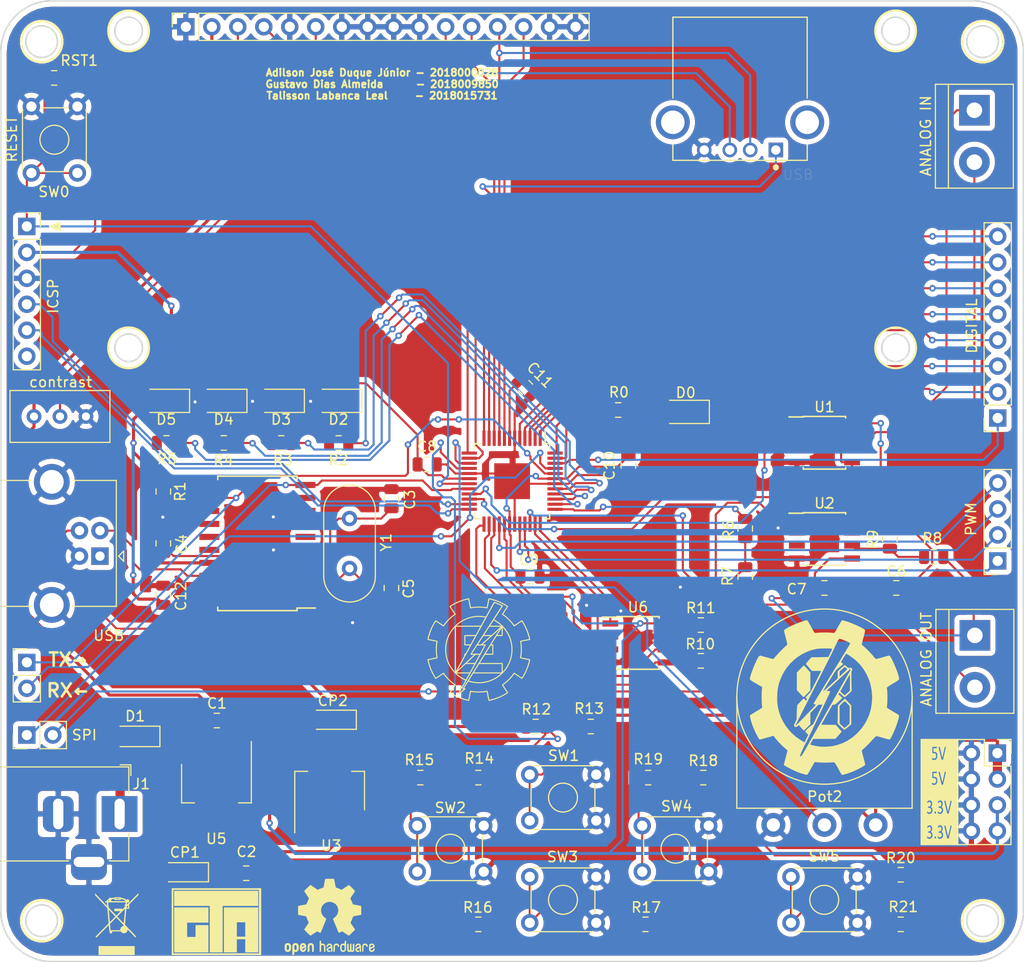
<source format=kicad_pcb>
(kicad_pcb (version 20171130) (host pcbnew "(5.1.6)-1")
  (title_block (title "Projeto PBLE - Grupo GTA") (date 2020-06-18) (rev 1.0) (company "Universidade Federal de Itajubá") (comment 1 "Talisson Labanca Leal     - 2018015731") (comment 2 "Gustavo Dias Almeida      - 2018009850") (comment 3 "Adilson José Duque Júnior - 2018000828"))
  (layers (0 F.Cu signal hide) (31 B.Cu signal hide) (34 B.Paste user) (35 F.Paste user) (36 B.SilkS user) (37 F.SilkS user) (38 B.Mask user) (39 F.Mask user) (44 Edge.Cuts user))
  (net 0 "")
  (net 1 "Net-(C3-Pad1)")
  (net 2 "Net-(C4-Pad1)")
  (net 3 "Net-(R16-Pad2)")
  (net 4 SDA)
  (net 5 SW)
  (net 6 5V)
  (net 7 "Net-(R17-Pad2)")
  (net 8 3V3)
  (net 9 SCL)
  (net 10 "Net-(R20-Pad2)")
  (net 11 GND)
  (net 12 Filtro)
  (net 13 AN9)
  (net 14 "Net-(J9-Pad3)")
  (net 15 "Net-(C1-Pad1)")
  (net 16 RA0)
  (net 17 RA1)
  (net 18 RX)
  (net 19 TX)
  (net 20 IO1)
  (net 21 IO2)
  (net 22 IO3)
  (net 23 IO5)
  (net 24 B7)
  (net 25 B6)
  (net 26 B5)
  (net 27 B4)
  (net 28 RS)
  (net 29 E)
  (net 30 PGED)
  (net 31 PGEC)
  (net 32 PWM33)
  (net 33 IO36)
  (net 34 SPI45)
  (net 35 IO46)
  (net 36 IO47)
  (net 37 IO29)
  (net 38 "Net-(J8-Pad6)")
  (net 39 PWM27)
  (net 40 PWM28)
  (net 41 IO4)
  (net 42 "Net-(D1-Pad2)")
  (net 43 IO48)
  (net 44 IO35)
  (net 45 PWM32)
  (net 46 SPI34)
  (net 47 "Net-(D0-Pad2)")
  (net 48 "Net-(C6-Pad2)")
  (net 49 "Net-(J2-Pad2)")
  (net 50 "Net-(J2-Pad1)")
  (net 51 "Net-(C7-Pad1)")
  (net 52 "Net-(C6-Pad1)")
  (net 53 "Net-(R8-Pad1)")
  (net 54 "Net-(R13-Pad2)")
  (net 55 "Net-(R14-Pad2)")
  (net 56 "Net-(R15-Pad2)")
  (net 57 "Net-(D2-Pad1)")
  (net 58 D1)
  (net 59 D2)
  (net 60 "Net-(D3-Pad1)")
  (net 61 D4)
  (net 62 "Net-(D5-Pad1)")
  (net 63 "Net-(R21-Pad2)")
  (net 64 "Net-(R18-Pad2)")
  (net 65 "Net-(R19-Pad2)")
  (net 66 "Net-(D4-Pad1)")
  (net 67 D3)
  (net 68 "Net-(C5-Pad1)")
  (net 69 /D-)
  (net 70 /D+)
  (net 71 "Net-(J11-Pad1)")
  (net 72 "Net-(USB1-Pad5)")
  (net 73 "Net-(USB1-Pad6)")
  (net 74 "Net-(USB1-Pad7)")
  (net 75 "Net-(USB1-Pad8)")
  (net 76 "Net-(USB1-Pad9)")
  (net 77 "Net-(USB1-Pad11)")
  (net 78 "Net-(USB1-Pad13)")
  (net 79 "Net-(USB1-Pad14)")
  (net 80 "Net-(USB1-Pad15)")
  (net 81 "Net-(USB1-Pad16)")
  (net 82 "Net-(U2-Pad1)")
  (net 83 "Net-(U2-Pad2)")
  (net 84 "Net-(U2-Pad3)")
  (net 85 MCLR)
  (net 86 VCAP)
  (net 87 VUSB)
  (net 88 "Net-(C7-Pad2)")
  (module Logo:logoelt (layer F.Cu) (at 175.871403 108.18368)
    (fp_text reference G*** hide)
    (fp_text value LOGO hide)
  )
  (module Logo:Alimentação (layer F.Cu) (at 186.75858 117.3988)
    (fp_text reference G*** hide)
    (fp_text value LOGO hide)
  )
  (module Logo:unifei (layer F.Cu) (at 141.73962 103.47706)
    (fp_text reference G*** hide)
    (fp_text value LOGO hide)
  )
  (module Logo:gta (layer F.Cu) (at 116.076018 130.085387)
    (fp_text reference G*** hide)
    (fp_text value LOGO hide)
  )
  (module Symbol:WEEE-Logo_4.2x6mm_SilkScreen (layer F.Cu) (at 106.3371 130.3288)
    (fp_text reference REF** hide)
    (fp_text value 4.2x6mm hide)
  )
  (module Symbol:OSHW-Logo2_9.8x8mm_SilkScreen (layer F.Cu) (at 127.157192 129.6162)
    (fp_text reference REF** hide)
    (fp_text value 9.8x8mm hide)
  )
  (module Button_Switch_THT:SW_TH_Tactile_Omron (layer F.Cu) (at 97.9932 56.8452 90)
    (fp_text reference SW0 (at -1.84912 2.20472) (layer F.SilkS))
    (fp_text value RESET (at 3.302 -1.9304 90) (layer F.SilkS))
    (pad 3 thru_hole circle (at 0 4.5 90) (size 1.7 1.7) (drill 1) (layers *.Cu *.Mask) (net 85 MCLR))
    (pad 1 thru_hole circle (at 0 0 90) (size 1.7 1.7) (drill 1) (layers *.Cu *.Mask) (net 85 MCLR))
    (pad 4 thru_hole circle (at 6.5 4.5 90) (size 1.7 1.7) (drill 1) (layers *.Cu *.Mask) (net 11 GND))
    (pad 2 thru_hole circle (at 6.5 0 90) (size 1.7 1.7) (drill 1) (layers *.Cu *.Mask) (net 11 GND))
  )
  (module Button_Switch_THT:SW_TH_Tactile_Omron (layer F.Cu) (at 172.2682 125.7046)
    (fp_text reference SW5 (at 3.25088 -2.00406) (layer F.SilkS))
    (fp_text value "SW Push")
    (pad 3 thru_hole circle (at 0 4.5) (size 1.7 1.7) (drill 1) (layers *.Cu *.Mask) (net 63 "Net-(R21-Pad2)"))
    (pad 1 thru_hole circle (at 0 0) (size 1.7 1.7) (drill 1) (layers *.Cu *.Mask) (net 63 "Net-(R21-Pad2)"))
    (pad 4 thru_hole circle (at 6.5 4.5) (size 1.7 1.7) (drill 1) (layers *.Cu *.Mask) (net 11 GND))
    (pad 2 thru_hole circle (at 6.5 0) (size 1.7 1.7) (drill 1) (layers *.Cu *.Mask) (net 11 GND))
  )
  (module Button_Switch_THT:SW_TH_Tactile_Omron (layer F.Cu) (at 157.725 120.7046)
    (fp_text reference SW4 (at 3.3618 -1.89864) (layer F.SilkS))
    (fp_text value "SW Push")
    (pad 3 thru_hole circle (at 0 4.5) (size 1.7 1.7) (drill 1) (layers *.Cu *.Mask) (net 65 "Net-(R19-Pad2)"))
    (pad 1 thru_hole circle (at 0 0) (size 1.7 1.7) (drill 1) (layers *.Cu *.Mask) (net 65 "Net-(R19-Pad2)"))
    (pad 4 thru_hole circle (at 6.5 4.5) (size 1.7 1.7) (drill 1) (layers *.Cu *.Mask) (net 11 GND))
    (pad 2 thru_hole circle (at 6.5 0) (size 1.7 1.7) (drill 1) (layers *.Cu *.Mask) (net 11 GND))
  )
  (module Button_Switch_THT:SW_TH_Tactile_Omron (layer F.Cu) (at 146.725 125.7046)
    (fp_text reference SW3 (at 3.2112 -1.94564) (layer F.SilkS))
    (fp_text value "SW Push")
    (pad 3 thru_hole circle (at 0 4.5) (size 1.7 1.7) (drill 1) (layers *.Cu *.Mask) (net 7 "Net-(R17-Pad2)"))
    (pad 1 thru_hole circle (at 0 0) (size 1.7 1.7) (drill 1) (layers *.Cu *.Mask) (net 7 "Net-(R17-Pad2)"))
    (pad 4 thru_hole circle (at 6.5 4.5) (size 1.7 1.7) (drill 1) (layers *.Cu *.Mask) (net 11 GND))
    (pad 2 thru_hole circle (at 6.5 0) (size 1.7 1.7) (drill 1) (layers *.Cu *.Mask) (net 11 GND))
  )
  (module Button_Switch_THT:SW_TH_Tactile_Omron (layer F.Cu) (at 146.725 115.7046)
    (fp_text reference SW1 (at 3.31026 -1.85164) (layer F.SilkS))
    (fp_text value "SW Push")
    (pad 3 thru_hole circle (at 0 4.5) (size 1.7 1.7) (drill 1) (layers *.Cu *.Mask) (net 54 "Net-(R13-Pad2)"))
    (pad 1 thru_hole circle (at 0 0) (size 1.7 1.7) (drill 1) (layers *.Cu *.Mask) (net 54 "Net-(R13-Pad2)"))
    (pad 4 thru_hole circle (at 6.5 4.5) (size 1.7 1.7) (drill 1) (layers *.Cu *.Mask) (net 11 GND))
    (pad 2 thru_hole circle (at 6.5 0) (size 1.7 1.7) (drill 1) (layers *.Cu *.Mask) (net 11 GND))
  )
  (module Button_Switch_THT:SW_TH_Tactile_Omron (layer F.Cu) (at 135.725 120.7046)
    (fp_text reference SW2 (at 3.23332 -1.75386) (layer F.SilkS))
    (fp_text value "SW Push")
    (pad 3 thru_hole circle (at 0 4.5) (size 1.7 1.7) (drill 1) (layers *.Cu *.Mask) (net 56 "Net-(R15-Pad2)"))
    (pad 1 thru_hole circle (at 0 0) (size 1.7 1.7) (drill 1) (layers *.Cu *.Mask) (net 56 "Net-(R15-Pad2)"))
    (pad 4 thru_hole circle (at 6.5 4.5) (size 1.7 1.7) (drill 1) (layers *.Cu *.Mask) (net 11 GND))
    (pad 2 thru_hole circle (at 6.5 0) (size 1.7 1.7) (drill 1) (layers *.Cu *.Mask) (net 11 GND))
  )
  (module Connector_USB:USB_A (layer F.Cu) (at 170.78452 54.59984 180)
    (fp_text reference USB2 hide)
    (fp_text value USB (at -2.16916 -2.40538) (layer F.SilkS) (effects (font (size 1.000024 1.000024) (thickness 0.015))))
    (pad SH2 thru_hole circle (at 10.07 2.71 180) (size 3.316 3.316) (drill 2.3) (layers *.Cu *.Mask))
    (pad SH1 thru_hole circle (at -3.07 2.71 180) (size 3.316 3.316) (drill 2.3) (layers *.Cu *.Mask))
    (pad 4 thru_hole circle (at 7 0 180) (size 1.428 1.428) (drill 0.92) (layers *.Cu *.Mask) (net 11 GND))
    (pad 3 thru_hole circle (at 4.5 0 180) (size 1.428 1.428) (drill 0.92) (layers *.Cu *.Mask) (net 26 B5))
    (pad 2 thru_hole circle (at 2.5 0 180) (size 1.428 1.428) (drill 0.92) (layers *.Cu *.Mask) (net 25 B6))
    (pad 1 thru_hole rect (at 0 0 180) (size 1.428 1.428) (drill 0.92) (layers *.Cu *.Mask) (net 87 VUSB))
  )
  (module Connector_PinSocket_2.54mm:PinSocket_1x08_P2.54mm_Vertical (layer F.Cu) (at 192.4812 80.825 180)
    (fp_text reference J5 hide)
    (fp_text value DIGITAL)
    (fp_text user DIGITAL (at 2.53238 9.00396 90) (layer F.SilkS))
    (pad 8 thru_hole oval (at 0 17.78 180) (size 1.7 1.7) (drill 1) (layers *.Cu *.Mask) (net 23 IO5))
    (pad 7 thru_hole oval (at 0 15.24 180) (size 1.7 1.7) (drill 1) (layers *.Cu *.Mask) (net 41 IO4))
    (pad 6 thru_hole oval (at 0 12.7 180) (size 1.7 1.7) (drill 1) (layers *.Cu *.Mask) (net 22 IO3))
    (pad 5 thru_hole oval (at 0 10.16 180) (size 1.7 1.7) (drill 1) (layers *.Cu *.Mask) (net 21 IO2))
    (pad 4 thru_hole oval (at 0 7.62 180) (size 1.7 1.7) (drill 1) (layers *.Cu *.Mask) (net 20 IO1))
    (pad 3 thru_hole oval (at 0 5.08 180) (size 1.7 1.7) (drill 1) (layers *.Cu *.Mask) (net 43 IO48))
    (pad 2 thru_hole oval (at 0 2.54 180) (size 1.7 1.7) (drill 1) (layers *.Cu *.Mask) (net 36 IO47))
    (pad 1 thru_hole rect (at 0 0 180) (size 1.7 1.7) (drill 1) (layers *.Cu *.Mask) (net 35 IO46))
  )
  (module Package_SO:SOIC-8_3.9x4.9mm_P1.27mm (layer F.Cu) (at 175.5432 83.241666)
    (fp_text reference U1 (at 0 -3.5) (layer F.SilkS))
    (fp_text value LM358)
    (pad 1 smd rect (at -2.7 -1.905) (size 1.55 0.6) (layers F.Cu F.Paste F.Mask) (net 16 RA0))
    (pad 2 smd rect (at -2.7 -0.635) (size 1.55 0.6) (layers F.Cu F.Paste F.Mask) (net 16 RA0))
    (pad 3 smd rect (at -2.7 0.635) (size 1.55 0.6) (layers F.Cu F.Paste F.Mask) (net 50 "Net-(J2-Pad1)"))
    (pad 4 smd rect (at -2.7 1.905) (size 1.55 0.6) (layers F.Cu F.Paste F.Mask) (net 11 GND))
    (pad 5 smd rect (at 2.7 1.905) (size 1.55 0.6) (layers F.Cu F.Paste F.Mask) (net 17 RA1))
    (pad 6 smd rect (at 2.7 0.635) (size 1.55 0.6) (layers F.Cu F.Paste F.Mask) (net 49 "Net-(J2-Pad2)"))
    (pad 7 smd rect (at 2.7 -0.635) (size 1.55 0.6) (layers F.Cu F.Paste F.Mask) (net 17 RA1))
    (pad 8 smd rect (at 2.7 -1.905) (size 1.55 0.6) (layers F.Cu F.Paste F.Mask) (net 6 5V))
  )
  (module Resistor_SMD:R_0805_2012Metric (layer F.Cu) (at 163.45 101.075 180)
    (fp_text reference R11 (at -0.00508 1.6764 180) (layer F.SilkS))
    (fp_text value 10k)
    (pad 1 smd roundrect (at -0.9375 0 180) (size 0.975 1.4) (layers F.Cu F.Paste F.Mask) (net 8 3V3))
    (pad 2 smd roundrect (at 0.9375 0 180) (size 0.975 1.4) (layers F.Cu F.Paste F.Mask) (net 9 SCL))
  )
  (module Connector_PinHeader_2.54mm:PinHeader_1x02_P2.54mm_Vertical (layer F.Cu) (at 97.55 111.8362 90)
    (fp_text reference J6 hide)
    (fp_text value SPI hide)
    (fp_text user SPI (at -0.00254 5.62226 180) (layer F.SilkS))
    (pad 2 thru_hole oval (at 0 2.54 90) (size 1.7 1.7) (drill 1) (layers *.Cu *.Mask) (net 46 SPI34))
    (pad 1 thru_hole rect (at 0 0 90) (size 1.7 1.7) (drill 1) (layers *.Cu *.Mask) (net 34 SPI45))
  )
  (module Connector_PinHeader_2.54mm:PinHeader_1x02_P2.54mm_Vertical (layer F.Cu) (at 97.55 104.7242)
    (fp_text reference J7 hide)
    (fp_text value TX/RX)
    (pad 1 thru_hole rect (at 0 0) (size 1.7 1.7) (drill 1) (layers *.Cu *.Mask) (net 19 TX))
    (pad 2 thru_hole oval (at 0 2.54) (size 1.7 1.7) (drill 1) (layers *.Cu *.Mask) (net 18 RX))
  )
  (module Connector_PinSocket_2.54mm:PinSocket_1x04_P2.54mm_Vertical (layer F.Cu) (at 192.4812 94.8 180)
    (fp_text reference J4 hide)
    (fp_text value PWM)
    (fp_text user PWM (at 2.61366 4.09406 90) (layer F.SilkS))
    (pad 1 thru_hole rect (at 0 0 180) (size 1.7 1.7) (drill 1) (layers *.Cu *.Mask) (net 39 PWM27))
    (pad 2 thru_hole oval (at 0 2.54 180) (size 1.7 1.7) (drill 1) (layers *.Cu *.Mask) (net 32 PWM33))
    (pad 3 thru_hole oval (at 0 5.08 180) (size 1.7 1.7) (drill 1) (layers *.Cu *.Mask) (net 45 PWM32))
    (pad 4 thru_hole oval (at 0 7.62 180) (size 1.7 1.7) (drill 1) (layers *.Cu *.Mask) (net 40 PWM28))
  )
  (module Connector_PinSocket_2.54mm:PinSocket_2x04_P2.54mm_Vertical (layer F.Cu) (at 192.45 113.6)
    (fp_text reference J10 hide)
    (fp_text value Alimentação)
    (pad 1 thru_hole rect (at 0 0) (size 1.7 1.7) (drill 1) (layers *.Cu *.Mask) (net 6 5V))
    (pad 2 thru_hole oval (at -2.54 0) (size 1.7 1.7) (drill 1) (layers *.Cu *.Mask) (net 11 GND))
    (pad 3 thru_hole oval (at 0 2.54) (size 1.7 1.7) (drill 1) (layers *.Cu *.Mask) (net 6 5V))
    (pad 4 thru_hole oval (at -2.54 2.54) (size 1.7 1.7) (drill 1) (layers *.Cu *.Mask) (net 11 GND))
    (pad 5 thru_hole oval (at 0 5.08) (size 1.7 1.7) (drill 1) (layers *.Cu *.Mask) (net 8 3V3))
    (pad 6 thru_hole oval (at -2.54 5.08) (size 1.7 1.7) (drill 1) (layers *.Cu *.Mask) (net 11 GND))
    (pad 7 thru_hole oval (at 0 7.62) (size 1.7 1.7) (drill 1) (layers *.Cu *.Mask) (net 8 3V3))
    (pad 8 thru_hole oval (at -2.54 7.62) (size 1.7 1.7) (drill 1) (layers *.Cu *.Mask) (net 11 GND))
  )
  (module Connector_USB:USB_B_OST_USB-B1HSxx_Horizontal (layer F.Cu) (at 104.6988 94.3356 180)
    (fp_text reference J11 hide)
    (fp_text value USB hide)
    (fp_text user USB (at -0.86106 -7.76986) (layer F.SilkS))
    (pad 1 thru_hole rect (at 0 0 180) (size 1.7 1.7) (drill 0.92) (layers *.Cu *.Mask) (net 71 "Net-(J11-Pad1)"))
    (pad 2 thru_hole circle (at 0 2.5 180) (size 1.7 1.7) (drill 0.92) (layers *.Cu *.Mask) (net 69 /D-))
    (pad 3 thru_hole circle (at 2 2.5 180) (size 1.7 1.7) (drill 0.92) (layers *.Cu *.Mask) (net 70 /D+))
    (pad 4 thru_hole circle (at 2 0 180) (size 1.7 1.7) (drill 0.92) (layers *.Cu *.Mask) (net 11 GND))
    (pad 5 thru_hole circle (at 4.71 -4.77 180) (size 3.5 3.5) (drill 2.33) (layers *.Cu *.Mask) (net 11 GND))
    (pad 5 thru_hole circle (at 4.71 7.27 180) (size 3.5 3.5) (drill 2.33) (layers *.Cu *.Mask) (net 11 GND))
  )
  (module LED_SMD:LED_1206_3216Metric (layer F.Cu) (at 128.018 79.1403 180)
    (fp_text reference D2 (at 0 -1.82) (layer F.SilkS))
    (fp_text value LED)
    (pad 2 smd roundrect (at 1.4 0 180) (size 1.25 1.75) (layers F.Cu F.Paste F.Mask) (roundrect_rratio 0.2) (net 8 3V3))
    (pad 1 smd roundrect (at -1.4 0 180) (size 1.25 1.75) (layers F.Cu F.Paste F.Mask) (roundrect_rratio 0.2) (net 57 "Net-(D2-Pad1)"))
  )
  (module LED_SMD:LED_1206_3216Metric (layer F.Cu) (at 111.1758 79.1403 180)
    (fp_text reference D5 (at 0 -1.82) (layer F.SilkS))
    (fp_text value LED)
    (pad 1 smd roundrect (at -1.4 0 180) (size 1.25 1.75) (layers F.Cu F.Paste F.Mask) (roundrect_rratio 0.2) (net 62 "Net-(D5-Pad1)"))
    (pad 2 smd roundrect (at 1.4 0 180) (size 1.25 1.75) (layers F.Cu F.Paste F.Mask) (roundrect_rratio 0.2) (net 8 3V3))
  )
  (module LED_SMD:LED_1206_3216Metric (layer F.Cu) (at 116.789866 79.1403 180)
    (fp_text reference D4 (at 0 -1.82) (layer F.SilkS))
    (fp_text value LED)
    (pad 2 smd roundrect (at 1.4 0 180) (size 1.25 1.75) (layers F.Cu F.Paste F.Mask) (roundrect_rratio 0.2) (net 8 3V3))
    (pad 1 smd roundrect (at -1.4 0 180) (size 1.25 1.75) (layers F.Cu F.Paste F.Mask) (roundrect_rratio 0.2) (net 66 "Net-(D4-Pad1)"))
  )
  (module LED_SMD:LED_1206_3216Metric (layer F.Cu) (at 122.403932 79.1403 180)
    (fp_text reference D3 (at 0 -1.82) (layer F.SilkS))
    (fp_text value LED)
    (pad 1 smd roundrect (at -1.4 0 180) (size 1.25 1.75) (layers F.Cu F.Paste F.Mask) (roundrect_rratio 0.2) (net 60 "Net-(D3-Pad1)"))
    (pad 2 smd roundrect (at 1.4 0 180) (size 1.25 1.75) (layers F.Cu F.Paste F.Mask) (roundrect_rratio 0.2) (net 8 3V3))
  )
  (module Package_SO:SOIC-8_3.9x4.9mm_P1.27mm (layer F.Cu) (at 175.5432 92.658332)
    (fp_text reference U2 (at 0 -3.5) (layer F.SilkS))
    (fp_text value LM358)
    (pad 1 smd rect (at -2.7 -1.905) (size 1.55 0.6) (layers F.Cu F.Paste F.Mask) (net 82 "Net-(U2-Pad1)"))
    (pad 2 smd rect (at -2.7 -0.635) (size 1.55 0.6) (layers F.Cu F.Paste F.Mask) (net 83 "Net-(U2-Pad2)"))
    (pad 3 smd rect (at -2.7 0.635) (size 1.55 0.6) (layers F.Cu F.Paste F.Mask) (net 84 "Net-(U2-Pad3)"))
    (pad 4 smd rect (at -2.7 1.905) (size 1.55 0.6) (layers F.Cu F.Paste F.Mask) (net 11 GND))
    (pad 5 smd rect (at 2.7 1.905) (size 1.55 0.6) (layers F.Cu F.Paste F.Mask) (net 51 "Net-(C7-Pad1)"))
    (pad 6 smd rect (at 2.7 0.635) (size 1.55 0.6) (layers F.Cu F.Paste F.Mask) (net 53 "Net-(R8-Pad1)"))
    (pad 7 smd rect (at 2.7 -0.635) (size 1.55 0.6) (layers F.Cu F.Paste F.Mask) (net 48 "Net-(C6-Pad2)"))
    (pad 8 smd rect (at 2.7 -1.905) (size 1.55 0.6) (layers F.Cu F.Paste F.Mask) (net 6 5V))
  )
  (module Package_TO_SOT_SMD:SOT-223-3_TabPin2 (layer F.Cu) (at 127.157192 117.2972 90)
    (fp_text reference U3 (at -5.3467 0.160308 180) (layer F.SilkS))
    (fp_text value LD1117S50TR)
    (pad 2 smd rect (at 3.15 0 90) (size 2 3.8) (layers F.Cu F.Paste F.Mask) (net 8 3V3))
    (pad 2 smd rect (at -3.15 0 90) (size 2 1.5) (layers F.Cu F.Paste F.Mask) (net 8 3V3))
    (pad 3 smd rect (at -3.15 2.3 90) (size 2 1.5) (layers F.Cu F.Paste F.Mask) (net 6 5V))
    (pad 1 smd rect (at -3.15 -2.3 90) (size 2 1.5) (layers F.Cu F.Paste F.Mask) (net 11 GND))
  )
  (module Resistor_SMD:R_0805_2012Metric (layer F.Cu) (at 100.2182 47.5488)
    (fp_text reference RST1 (at 2.45368 -1.69926 180) (layer F.SilkS))
    (fp_text value 6K8)
    (pad 2 smd roundrect (at 0.9375 0) (size 0.975 1.4) (layers F.Cu F.Paste F.Mask) (net 8 3V3))
    (pad 1 smd roundrect (at -0.9375 0) (size 0.975 1.4) (layers F.Cu F.Paste F.Mask) (net 85 MCLR))
  )
  (module Resistor_SMD:R_0805_2012Metric (layer F.Cu) (at 110.892771 88.0156 270)
    (fp_text reference R1 (at 0 -1.65 90) (layer F.SilkS))
    (fp_text value 10K)
    (pad 2 smd roundrect (at 0.9375 0 270) (size 0.975 1.4) (layers F.Cu F.Paste F.Mask) (net 2 "Net-(C4-Pad1)"))
    (pad 1 smd roundrect (at -0.9375 0 270) (size 0.975 1.4) (layers F.Cu F.Paste F.Mask) (net 8 3V3))
  )
  (module TerminalBlock:TerminalBlock_bornier-2_P5.08mm (layer F.Cu) (at 190.25 102.085 270)
    (fp_text reference J3 hide)
    (fp_text value "ANALOG OUT" (at 2.34202 4.75126 270) (layer F.SilkS))
    (pad 1 thru_hole rect (at 0 0 270) (size 3 3) (drill 1.52) (layers *.Cu *.Mask) (net 88 "Net-(C7-Pad2)"))
    (pad 2 thru_hole circle (at 5.08 0 270) (size 3 3) (drill 1.52) (layers *.Cu *.Mask) (net 48 "Net-(C6-Pad2)"))
  )
  (module LED_SMD:LED_1206_3216Metric (layer F.Cu) (at 162 80.22 180)
    (fp_text reference D0 (at 0.02674 1.88132 180) (layer F.SilkS))
    (fp_text value LED)
    (pad 1 smd roundrect (at -1.4 0 180) (size 1.25 1.75) (layers F.Cu F.Paste F.Mask) (roundrect_rratio 0.2) (net 11 GND))
    (pad 2 smd roundrect (at 1.4 0 180) (size 1.25 1.75) (layers F.Cu F.Paste F.Mask) (roundrect_rratio 0.2) (net 47 "Net-(D0-Pad2)"))
  )
  (module Resistor_SMD:R_0805_2012Metric (layer F.Cu) (at 155.3718 80.0354)
    (fp_text reference R0 (at 0.06604 -1.72974) (layer F.SilkS))
    (fp_text value 56R)
    (pad 1 smd roundrect (at -0.9375 0) (size 0.975 1.4) (layers F.Cu F.Paste F.Mask) (net 8 3V3))
    (pad 2 smd roundrect (at 0.9375 0) (size 0.975 1.4) (layers F.Cu F.Paste F.Mask) (net 47 "Net-(D0-Pad2)"))
  )
  (module Package_QFP:TQFP-48-1EP_7x7mm_P0.5mm_EP3.5x3.5mm (layer F.Cu) (at 145 87 270)
    (fp_text reference IC1 hide)
    (fp_text value Micro)
    (pad 1 smd rect (at -4.2 -2.75 270) (size 1.5 0.3) (layers F.Cu F.Paste F.Mask) (net 20 IO1))
    (pad 2 smd rect (at -4.2 -2.25 270) (size 1.5 0.3) (layers F.Cu F.Paste F.Mask) (net 21 IO2))
    (pad 3 smd rect (at -4.2 -1.75 270) (size 1.5 0.3) (layers F.Cu F.Paste F.Mask) (net 22 IO3))
    (pad 4 smd rect (at -4.2 -1.25 270) (size 1.5 0.3) (layers F.Cu F.Paste F.Mask) (net 41 IO4))
    (pad 5 smd rect (at -4.2 -0.75 270) (size 1.5 0.3) (layers F.Cu F.Paste F.Mask) (net 23 IO5))
    (pad 6 smd rect (at -4.2 -0.25 270) (size 1.5 0.3) (layers F.Cu F.Paste F.Mask) (net 11 GND))
    (pad 7 smd rect (at -4.2 0.25 270) (size 1.5 0.3) (layers F.Cu F.Paste F.Mask) (net 86 VCAP))
    (pad 8 smd rect (at -4.2 0.75 270) (size 1.5 0.3) (layers F.Cu F.Paste F.Mask) (net 24 B7))
    (pad 9 smd rect (at -4.2 1.25 270) (size 1.5 0.3) (layers F.Cu F.Paste F.Mask) (net 25 B6))
    (pad 10 smd rect (at -4.2 1.75 270) (size 1.5 0.3) (layers F.Cu F.Paste F.Mask) (net 26 B5))
    (pad 11 smd rect (at -4.2 2.25 270) (size 1.5 0.3) (layers F.Cu F.Paste F.Mask) (net 87 VUSB))
    (pad 12 smd rect (at -4.2 2.75 270) (size 1.5 0.3) (layers F.Cu F.Paste F.Mask) (net 27 B4))
    (pad 13 smd rect (at -2.75 4.2) (size 1.5 0.3) (layers F.Cu F.Paste F.Mask) (net 28 RS))
    (pad 14 smd rect (at -2.25 4.2) (size 1.5 0.3) (layers F.Cu F.Paste F.Mask) (net 29 E))
    (pad 15 smd rect (at -1.75 4.2) (size 1.5 0.3) (layers F.Cu F.Paste F.Mask) (net 13 AN9))
    (pad 16 smd rect (at -1.25 4.2) (size 1.5 0.3) (layers F.Cu F.Paste F.Mask) (net 5 SW))
    (pad 17 smd rect (at -0.75 4.2) (size 1.5 0.3) (layers F.Cu F.Paste F.Mask) (net 11 GND))
    (pad 18 smd rect (at -0.25 4.2) (size 1.5 0.3) (layers F.Cu F.Paste F.Mask) (net 8 3V3))
    (pad 19 smd rect (at 0.25 4.2) (size 1.5 0.3) (layers F.Cu F.Paste F.Mask) (net 85 MCLR))
    (pad 20 smd rect (at 0.75 4.2) (size 1.5 0.3) (layers F.Cu F.Paste F.Mask) (net 18 RX))
    (pad 21 smd rect (at 1.25 4.2) (size 1.5 0.3) (layers F.Cu F.Paste F.Mask) (net 16 RA0))
    (pad 22 smd rect (at 1.75 4.2) (size 1.5 0.3) (layers F.Cu F.Paste F.Mask) (net 17 RA1))
    (pad 23 smd rect (at 2.25 4.2) (size 1.5 0.3) (layers F.Cu F.Paste F.Mask) (net 30 PGED))
    (pad 24 smd rect (at 2.75 4.2) (size 1.5 0.3) (layers F.Cu F.Paste F.Mask) (net 31 PGEC))
    (pad 25 smd rect (at 4.2 2.75 270) (size 1.5 0.3) (layers F.Cu F.Paste F.Mask) (net 4 SDA))
    (pad 26 smd rect (at 4.2 2.25 270) (size 1.5 0.3) (layers F.Cu F.Paste F.Mask) (net 9 SCL))
    (pad 27 smd rect (at 4.2 1.75 270) (size 1.5 0.3) (layers F.Cu F.Paste F.Mask) (net 39 PWM27))
    (pad 28 smd rect (at 4.2 1.25 270) (size 1.5 0.3) (layers F.Cu F.Paste F.Mask) (net 40 PWM28))
    (pad 29 smd rect (at 4.2 0.75 270) (size 1.5 0.3) (layers F.Cu F.Paste F.Mask) (net 37 IO29))
    (pad 30 smd rect (at 4.2 0.25 270) (size 1.5 0.3) (layers F.Cu F.Paste F.Mask) (net 8 3V3))
    (pad 31 smd rect (at 4.2 -0.25 270) (size 1.5 0.3) (layers F.Cu F.Paste F.Mask) (net 11 GND))
    (pad 32 smd rect (at 4.2 -0.75 270) (size 1.5 0.3) (layers F.Cu F.Paste F.Mask) (net 45 PWM32))
    (pad 33 smd rect (at 4.2 -1.25 270) (size 1.5 0.3) (layers F.Cu F.Paste F.Mask) (net 32 PWM33))
    (pad 34 smd rect (at 4.2 -1.75 270) (size 1.5 0.3) (layers F.Cu F.Paste F.Mask) (net 46 SPI34))
    (pad 35 smd rect (at 4.2 -2.25 270) (size 1.5 0.3) (layers F.Cu F.Paste F.Mask) (net 44 IO35))
    (pad 36 smd rect (at 4.2 -2.75 270) (size 1.5 0.3) (layers F.Cu F.Paste F.Mask) (net 33 IO36))
    (pad 37 smd rect (at 2.75 -4.2) (size 1.5 0.3) (layers F.Cu F.Paste F.Mask) (net 12 Filtro))
    (pad 38 smd rect (at 2.25 -4.2) (size 1.5 0.3) (layers F.Cu F.Paste F.Mask) (net 61 D4))
    (pad 39 smd rect (at 1.75 -4.2) (size 1.5 0.3) (layers F.Cu F.Paste F.Mask) (net 67 D3))
    (pad 40 smd rect (at 1.25 -4.2) (size 1.5 0.3) (layers F.Cu F.Paste F.Mask) (net 59 D2))
    (pad 41 smd rect (at 0.75 -4.2) (size 1.5 0.3) (layers F.Cu F.Paste F.Mask) (net 58 D1))
    (pad 42 smd rect (at 0.25 -4.2) (size 1.5 0.3) (layers F.Cu F.Paste F.Mask) (net 11 GND))
    (pad 43 smd rect (at -0.25 -4.2) (size 1.5 0.3) (layers F.Cu F.Paste F.Mask) (net 8 3V3))
    (pad 44 smd rect (at -0.75 -4.2) (size 1.5 0.3) (layers F.Cu F.Paste F.Mask) (net 19 TX))
    (pad 45 smd rect (at -1.25 -4.2) (size 1.5 0.3) (layers F.Cu F.Paste F.Mask) (net 34 SPI45))
    (pad 46 smd rect (at -1.75 -4.2) (size 1.5 0.3) (layers F.Cu F.Paste F.Mask) (net 35 IO46))
    (pad 47 smd rect (at -2.25 -4.2) (size 1.5 0.3) (layers F.Cu F.Paste F.Mask) (net 36 IO47))
    (pad 48 smd rect (at -2.75 -4.2) (size 1.5 0.3) (layers F.Cu F.Paste F.Mask) (net 43 IO48))
    (pad 49 smd rect (at 0 0 270) (size 3.5 3.5) (layers F.Cu F.Mask) (net 11 GND))
  )
  (module Package_SO:SOIC-20W_7.5x12.8mm_P1.27mm (layer F.Cu) (at 120.0912 93.0856 180)
    (fp_text reference USB1 hide)
    (fp_text value MCP2200-I-SO)
    (pad 1 smd rect (at -4.7 -5.715 180) (size 1.95 0.6) (layers F.Cu F.Paste F.Mask) (net 8 3V3))
    (pad 2 smd rect (at -4.7 -4.445 180) (size 1.95 0.6) (layers F.Cu F.Paste F.Mask) (net 68 "Net-(C5-Pad1)"))
    (pad 3 smd rect (at -4.7 -3.175 180) (size 1.95 0.6) (layers F.Cu F.Paste F.Mask) (net 1 "Net-(C3-Pad1)"))
    (pad 4 smd rect (at -4.7 -1.905 180) (size 1.95 0.6) (layers F.Cu F.Paste F.Mask) (net 2 "Net-(C4-Pad1)"))
    (pad 5 smd rect (at -4.7 -0.635 180) (size 1.95 0.6) (layers F.Cu F.Paste F.Mask) (net 72 "Net-(USB1-Pad5)"))
    (pad 6 smd rect (at -4.7 0.635 180) (size 1.95 0.6) (layers F.Cu F.Paste F.Mask) (net 73 "Net-(USB1-Pad6)"))
    (pad 7 smd rect (at -4.7 1.905 180) (size 1.95 0.6) (layers F.Cu F.Paste F.Mask) (net 74 "Net-(USB1-Pad7)"))
    (pad 8 smd rect (at -4.7 3.175 180) (size 1.95 0.6) (layers F.Cu F.Paste F.Mask) (net 75 "Net-(USB1-Pad8)"))
    (pad 9 smd rect (at -4.7 4.445 180) (size 1.95 0.6) (layers F.Cu F.Paste F.Mask) (net 76 "Net-(USB1-Pad9)"))
    (pad 10 smd rect (at -4.7 5.715 180) (size 1.95 0.6) (layers F.Cu F.Paste F.Mask) (net 18 RX))
    (pad 11 smd rect (at 4.7 5.715 180) (size 1.95 0.6) (layers F.Cu F.Paste F.Mask) (net 77 "Net-(USB1-Pad11)"))
    (pad 12 smd rect (at 4.7 4.445 180) (size 1.95 0.6) (layers F.Cu F.Paste F.Mask) (net 19 TX))
    (pad 13 smd rect (at 4.7 3.175 180) (size 1.95 0.6) (layers F.Cu F.Paste F.Mask) (net 78 "Net-(USB1-Pad13)"))
    (pad 14 smd rect (at 4.7 1.905 180) (size 1.95 0.6) (layers F.Cu F.Paste F.Mask) (net 79 "Net-(USB1-Pad14)"))
    (pad 15 smd rect (at 4.7 0.635 180) (size 1.95 0.6) (layers F.Cu F.Paste F.Mask) (net 80 "Net-(USB1-Pad15)"))
    (pad 16 smd rect (at 4.7 -0.635 180) (size 1.95 0.6) (layers F.Cu F.Paste F.Mask) (net 81 "Net-(USB1-Pad16)"))
    (pad 17 smd rect (at 4.7 -1.905 180) (size 1.95 0.6) (layers F.Cu F.Paste F.Mask) (net 8 3V3))
    (pad 18 smd rect (at 4.7 -3.175 180) (size 1.95 0.6) (layers F.Cu F.Paste F.Mask) (net 69 /D-))
    (pad 19 smd rect (at 4.7 -4.445 180) (size 1.95 0.6) (layers F.Cu F.Paste F.Mask) (net 70 /D+))
    (pad 20 smd rect (at 4.7 -5.715 180) (size 1.95 0.6) (layers F.Cu F.Paste F.Mask) (net 11 GND))
  )
  (module Diode_SMD:D_SOD-123 (layer F.Cu) (at 108.31322 111.96828 180)
    (fp_text reference D1 (at 0.17272 1.9812 180) (layer F.SilkS))
    (fp_text value 1N5819)
    (pad 1 smd rect (at -1.65 0 180) (size 0.9 1.2) (layers F.Cu F.Paste F.Mask) (net 15 "Net-(C1-Pad1)"))
    (pad 2 smd rect (at 1.65 0 180) (size 0.9 1.2) (layers F.Cu F.Paste F.Mask) (net 42 "Net-(D1-Pad2)"))
  )
  (module Potentiometer_THT:Potentiometer_Bourns_3296W_Vertical (layer F.Cu) (at 98.25 80.6703 180)
    (fp_text reference Pot1 hide)
    (fp_text value 10K hide)
    (fp_text user contrast (at -2.6007 3.3654 180) (layer F.SilkS))
    (pad 1 thru_hole circle (at 0 0 180) (size 1.44 1.44) (drill 0.8) (layers *.Cu *.Mask) (net 6 5V))
    (pad 2 thru_hole circle (at -2.54 0 180) (size 1.44 1.44) (drill 0.8) (layers *.Cu *.Mask) (net 14 "Net-(J9-Pad3)"))
    (pad 3 thru_hole circle (at -5.08 0 180) (size 1.44 1.44) (drill 0.8) (layers *.Cu *.Mask) (net 11 GND))
  )
  (module Connector_PinSocket_2.54mm:PinSocket_1x06_P2.54mm_Vertical (layer F.Cu) (at 97.55 62.075)
    (fp_text reference J8 hide)
    (fp_text value ICSP (at 2.56664 6.81996 -90) (layer F.SilkS))
    (pad 1 thru_hole rect (at 0 0) (size 1.7 1.7) (drill 1) (layers *.Cu *.Mask) (net 85 MCLR))
    (pad 2 thru_hole oval (at 0 2.54) (size 1.7 1.7) (drill 1) (layers *.Cu *.Mask) (net 8 3V3))
    (pad 3 thru_hole oval (at 0 5.08) (size 1.7 1.7) (drill 1) (layers *.Cu *.Mask) (net 11 GND))
    (pad 4 thru_hole oval (at 0 7.62) (size 1.7 1.7) (drill 1) (layers *.Cu *.Mask) (net 30 PGED))
    (pad 5 thru_hole oval (at 0 10.16) (size 1.7 1.7) (drill 1) (layers *.Cu *.Mask) (net 31 PGEC))
    (pad 6 thru_hole oval (at 0 12.7) (size 1.7 1.7) (drill 1) (layers *.Cu *.Mask) (net 38 "Net-(J8-Pad6)"))
  )
  (module TerminalBlock:TerminalBlock_bornier-2_P5.08mm (layer F.Cu) (at 190.2 50.71 270)
    (fp_text reference J2 hide)
    (fp_text value "ANALOG IN" (at 2.50554 4.74952 270) (layer F.SilkS))
    (pad 2 thru_hole circle (at 5.08 0 270) (size 3 3) (drill 1.52) (layers *.Cu *.Mask) (net 49 "Net-(J2-Pad2)"))
    (pad 1 thru_hole rect (at 0 0 270) (size 3 3) (drill 1.52) (layers *.Cu *.Mask) (net 50 "Net-(J2-Pad1)"))
  )
  (module Potentiometer_THT:Potentiometer_Omeg_PC16BU_Vertical (layer F.Cu) (at 180.5432 120.625 90)
    (fp_text reference Pot2 (at 2.769 -4.9784 180) (layer F.SilkS))
    (fp_text value 10K)
    (pad 3 thru_hole circle (at 0 -10 90) (size 2.34 2.34) (drill 1.3) (layers *.Cu *.Mask) (net 11 GND))
    (pad 2 thru_hole circle (at 0 -5 90) (size 2.34 2.34) (drill 1.3) (layers *.Cu *.Mask) (net 13 AN9))
    (pad 1 thru_hole circle (at 0 0 90) (size 2.34 2.34) (drill 1.3) (layers *.Cu *.Mask) (net 6 5V))
  )
  (module Package_TO_SOT_SMD:SOT-223-3_TabPin2 (layer F.Cu) (at 116.089386 116.5606 270)
    (fp_text reference U5 (at 5.42544 0.013926) (layer F.SilkS))
    (fp_text value LD1117S33TR)
    (pad 1 smd rect (at -3.15 -2.3 270) (size 2 1.5) (layers F.Cu F.Paste F.Mask) (net 11 GND))
    (pad 3 smd rect (at -3.15 2.3 270) (size 2 1.5) (layers F.Cu F.Paste F.Mask) (net 15 "Net-(C1-Pad1)"))
    (pad 2 smd rect (at -3.15 0 270) (size 2 1.5) (layers F.Cu F.Paste F.Mask) (net 6 5V))
    (pad 2 smd rect (at 3.15 0 270) (size 2 3.8) (layers F.Cu F.Paste F.Mask) (net 6 5V))
  )
  (module Capacitor_SMD:C_0805_2012Metric (layer F.Cu) (at 110.892771 98.1556 270)
    (fp_text reference C12 (at 0.095191 -1.726005 270) (layer F.SilkS))
    (fp_text value 220nF)
    (pad 1 smd roundrect (at -0.937501 0 270) (size 0.975 1.4) (layers F.Cu F.Paste F.Mask) (net 11 GND))
    (pad 2 smd roundrect (at 0.937501 0 270) (size 0.975 1.4) (layers F.Cu F.Paste F.Mask) (net 8 3V3))
  )
  (module Capacitor_SMD:C_0805_2012Metric (layer F.Cu) (at 146.32178 77.82814 135)
    (fp_text reference C11 (at -0.127 1.8542 135) (layer F.SilkS))
    (fp_text value 10uF)
    (pad 1 smd roundrect (at -0.9375 0 135) (size 0.975 1.4) (layers F.Cu F.Paste F.Mask) (net 11 GND))
    (pad 2 smd roundrect (at 0.9375 0 135) (size 0.975 1.4) (layers F.Cu F.Paste F.Mask) (net 86 VCAP))
  )
  (module Capacitor_SMD:C_0805_2012Metric (layer F.Cu) (at 156.37002 85.46568 270)
    (fp_text reference C10 (at 0 1.8542 90) (layer F.SilkS))
    (fp_text value 100nF)
    (pad 2 smd roundrect (at 0.9375 0 270) (size 0.975 1.4) (layers F.Cu F.Paste F.Mask) (net 11 GND))
    (pad 1 smd roundrect (at -0.9375 0 270) (size 0.975 1.4) (layers F.Cu F.Paste F.Mask) (net 8 3V3))
  )
  (module Capacitor_SMD:C_0805_2012Metric (layer F.Cu) (at 146.75104 96.32696 180)
    (fp_text reference C9 (at 0.09906 1.63068) (layer F.SilkS))
    (fp_text value 100nF)
    (pad 1 smd roundrect (at -0.9375 0 180) (size 0.975 1.4) (layers F.Cu F.Paste F.Mask) (net 11 GND))
    (pad 2 smd roundrect (at 0.9375 0 180) (size 0.975 1.4) (layers F.Cu F.Paste F.Mask) (net 8 3V3))
  )
  (module Capacitor_SMD:C_0805_2012Metric (layer F.Cu) (at 136.69518 85.36178)
    (fp_text reference C8 (at -0.01778 -1.7399) (layer F.SilkS))
    (fp_text value 100nF)
    (pad 2 smd roundrect (at 0.9375 0) (size 0.975 1.4) (layers F.Cu F.Paste F.Mask) (net 11 GND))
    (pad 1 smd roundrect (at -0.9375 0) (size 0.975 1.4) (layers F.Cu F.Paste F.Mask) (net 8 3V3))
  )
  (module Capacitor_SMD:C_0805_2012Metric (layer F.Cu) (at 175.5432 97.44456)
    (fp_text reference C7 (at -2.7216 0.11176) (layer F.SilkS))
    (fp_text value 100nF)
    (pad 1 smd roundrect (at -0.9375 0) (size 0.975 1.4) (layers F.Cu F.Paste F.Mask) (net 51 "Net-(C7-Pad1)"))
    (pad 2 smd roundrect (at 0.9375 0) (size 0.975 1.4) (layers F.Cu F.Paste F.Mask) (net 88 "Net-(C7-Pad2)"))
  )
  (module Capacitor_SMD:C_0805_2012Metric (layer F.Cu) (at 182.5632 97.44456)
    (fp_text reference C6 (at 0.01778 -1.62814) (layer F.SilkS))
    (fp_text value 100nF)
    (pad 2 smd roundrect (at 0.9375 0) (size 0.975 1.4) (layers F.Cu F.Paste F.Mask) (net 48 "Net-(C6-Pad2)"))
    (pad 1 smd roundrect (at -0.9375 0) (size 0.975 1.4) (layers F.Cu F.Paste F.Mask) (net 52 "Net-(C6-Pad1)"))
  )
  (module Capacitor_SMD:C_0805_2012Metric (layer F.Cu) (at 133.1976 97.4556 90)
    (fp_text reference C5 (at -0.04992 1.68148 270) (layer F.SilkS))
    (fp_text value 100nF)
    (pad 1 smd roundrect (at -0.9375 0 90) (size 0.975 1.4) (layers F.Cu F.Paste F.Mask) (net 68 "Net-(C5-Pad1)"))
    (pad 2 smd roundrect (at 0.9375 0 90) (size 0.975 1.4) (layers F.Cu F.Paste F.Mask) (net 11 GND))
  )
  (module Capacitor_SMD:C_0805_2012Metric (layer F.Cu) (at 110.892771 93.0856 90)
    (fp_text reference C4 (at -0.074892 1.79688 90) (layer F.SilkS))
    (fp_text value 100nF)
    (pad 2 smd roundrect (at 0.9375 0 90) (size 0.975 1.4) (layers F.Cu F.Paste F.Mask) (net 11 GND))
    (pad 1 smd roundrect (at -0.9375 0 90) (size 0.975 1.4) (layers F.Cu F.Paste F.Mask) (net 2 "Net-(C4-Pad1)"))
  )
  (module Capacitor_SMD:C_0805_2012Metric (layer F.Cu) (at 133.1976 88.7156 90)
    (fp_text reference C3 (at -0.086906 1.79688 90) (layer F.SilkS))
    (fp_text value 100nF)
    (pad 1 smd roundrect (at -0.9375 0 90) (size 0.975 1.4) (layers F.Cu F.Paste F.Mask) (net 1 "Net-(C3-Pad1)"))
    (pad 2 smd roundrect (at 0.9375 0 90) (size 0.975 1.4) (layers F.Cu F.Paste F.Mask) (net 11 GND))
  )
  (module Capacitor_SMD:C_0805_2012Metric (layer F.Cu) (at 119 125.3546)
    (fp_text reference C2 (at 0.0244 -2.10364) (layer F.SilkS))
    (fp_text value 100nF)
    (pad 2 smd roundrect (at 0.9375 0) (size 0.975 1.4) (layers F.Cu F.Paste F.Mask) (net 11 GND))
    (pad 1 smd roundrect (at -0.9375 0) (size 0.975 1.4) (layers F.Cu F.Paste F.Mask) (net 6 5V))
  )
  (module Capacitor_SMD:C_0805_2012Metric (layer F.Cu) (at 116.1288 110.4138)
    (fp_text reference C1 (at 0.0127 -1.6764) (layer F.SilkS))
    (fp_text value 100nF)
    (pad 1 smd roundrect (at -0.9375 0) (size 0.975 1.4) (layers F.Cu F.Paste F.Mask) (net 15 "Net-(C1-Pad1)"))
    (pad 2 smd roundrect (at 0.9375 0) (size 0.975 1.4) (layers F.Cu F.Paste F.Mask) (net 11 GND))
  )
  (module Capacitor_Tantalum_SMD:CP_EIA-3216-10_Kemet-I (layer F.Cu) (at 113 125.2546 180)
    (fp_text reference CP1 (at -0.0046 1.94268 180) (layer F.SilkS))
    (fp_text value 10uF)
    (pad 2 smd roundrect (at 1.35 0 180) (size 1.4 1.35) (layers F.Cu F.Paste F.Mask) (roundrect_rratio 0.185185) (net 11 GND))
    (pad 1 smd roundrect (at -1.35 0 180) (size 1.4 1.35) (layers F.Cu F.Paste F.Mask) (roundrect_rratio 0.185185) (net 6 5V))
  )
  (module Capacitor_Tantalum_SMD:CP_EIA-3216-10_Kemet-I (layer F.Cu) (at 127.4572 110.3376 180)
    (fp_text reference CP2 (at -0.00762 1.85928 180) (layer F.SilkS))
    (fp_text value 10uF)
    (pad 1 smd roundrect (at -1.35 0 180) (size 1.4 1.35) (layers F.Cu F.Paste F.Mask) (roundrect_rratio 0.185185) (net 8 3V3))
    (pad 2 smd roundrect (at 1.35 0 180) (size 1.4 1.35) (layers F.Cu F.Paste F.Mask) (roundrect_rratio 0.185185) (net 11 GND))
  )
  (module Connector_BarrelJack:BarrelJack_Horizontal (layer F.Cu) (at 106.62158 119.5546)
    (fp_text reference J1 (at 2.1209 -2.93304) (layer F.SilkS))
    (fp_text value "Barrel Jack 4")
    (pad 1 thru_hole rect (at 0 0) (size 3.5 3.5) (drill oval 1 3) (layers *.Cu *.Mask) (net 42 "Net-(D1-Pad2)"))
    (pad 2 thru_hole roundrect (at -6 0) (size 3 3.5) (drill oval 1 3) (layers *.Cu *.Mask) (net 11 GND))
    (pad 3 thru_hole roundrect (at -3 4.7) (size 3.5 3.5) (drill oval 3 1) (layers *.Cu *.Mask) (net 11 GND))
  )
  (module Connector_PinSocket_2.54mm:PinSocket_1x16_P2.54mm_Vertical (layer F.Cu) (at 113.1 42.55 90)
    (fp_text reference J9 hide)
    (fp_text value LCD)
    (pad 1 thru_hole rect (at 0 0 90) (size 1.7 1.7) (drill 1) (layers *.Cu *.Mask) (net 11 GND))
    (pad 2 thru_hole oval (at 0 2.54 90) (size 1.7 1.7) (drill 1) (layers *.Cu *.Mask) (net 6 5V))
    (pad 3 thru_hole oval (at 0 5.08 90) (size 1.7 1.7) (drill 1) (layers *.Cu *.Mask) (net 14 "Net-(J9-Pad3)"))
    (pad 4 thru_hole oval (at 0 7.62 90) (size 1.7 1.7) (drill 1) (layers *.Cu *.Mask) (net 28 RS))
    (pad 5 thru_hole oval (at 0 10.16 90) (size 1.7 1.7) (drill 1) (layers *.Cu *.Mask) (net 11 GND))
    (pad 6 thru_hole oval (at 0 12.7 90) (size 1.7 1.7) (drill 1) (layers *.Cu *.Mask) (net 29 E))
    (pad 7 thru_hole oval (at 0 15.24 90) (size 1.7 1.7) (drill 1) (layers *.Cu *.Mask) (net 11 GND))
    (pad 8 thru_hole oval (at 0 17.78 90) (size 1.7 1.7) (drill 1) (layers *.Cu *.Mask) (net 11 GND))
    (pad 9 thru_hole oval (at 0 20.32 90) (size 1.7 1.7) (drill 1) (layers *.Cu *.Mask) (net 11 GND))
    (pad 10 thru_hole oval (at 0 22.86 90) (size 1.7 1.7) (drill 1) (layers *.Cu *.Mask) (net 11 GND))
    (pad 11 thru_hole oval (at 0 25.4 90) (size 1.7 1.7) (drill 1) (layers *.Cu *.Mask) (net 27 B4))
    (pad 12 thru_hole oval (at 0 27.94 90) (size 1.7 1.7) (drill 1) (layers *.Cu *.Mask) (net 26 B5))
    (pad 13 thru_hole oval (at 0 30.48 90) (size 1.7 1.7) (drill 1) (layers *.Cu *.Mask) (net 25 B6))
    (pad 14 thru_hole oval (at 0 33.02 90) (size 1.7 1.7) (drill 1) (layers *.Cu *.Mask) (net 24 B7))
    (pad 15 thru_hole oval (at 0 35.56 90) (size 1.7 1.7) (drill 1) (layers *.Cu *.Mask) (net 11 GND))
    (pad 16 thru_hole oval (at 0 38.1 90) (size 1.7 1.7) (drill 1) (layers *.Cu *.Mask) (net 11 GND))
  )
  (module Crystal:Crystal_HC49-4H_Vertical (layer F.Cu) (at 129.102271 95.5356 90)
    (fp_text reference Y1 (at 2.55636 3.579709 90) (layer F.SilkS))
    (fp_text value 12MHz)
    (pad 1 thru_hole circle (at 0 0 90) (size 1.5 1.5) (drill 0.8) (layers *.Cu *.Mask) (net 68 "Net-(C5-Pad1)"))
    (pad 2 thru_hole circle (at 4.88 0 90) (size 1.5 1.5) (drill 0.8) (layers *.Cu *.Mask) (net 1 "Net-(C3-Pad1)"))
  )
  (module Package_SO:SOIC-8_3.9x4.9mm_P1.27mm (layer F.Cu) (at 157.3022 102.825)
    (fp_text reference U6 (at 0 -3.5) (layer F.SilkS))
    (fp_text value 24LC512)
    (pad 1 smd rect (at -2.7 -1.905) (size 1.55 0.6) (layers F.Cu F.Paste F.Mask) (net 33 IO36))
    (pad 2 smd rect (at -2.7 -0.635) (size 1.55 0.6) (layers F.Cu F.Paste F.Mask) (net 44 IO35))
    (pad 3 smd rect (at -2.7 0.635) (size 1.55 0.6) (layers F.Cu F.Paste F.Mask) (net 37 IO29))
    (pad 4 smd rect (at -2.7 1.905) (size 1.55 0.6) (layers F.Cu F.Paste F.Mask) (net 11 GND))
    (pad 5 smd rect (at 2.7 1.905) (size 1.55 0.6) (layers F.Cu F.Paste F.Mask) (net 4 SDA))
    (pad 6 smd rect (at 2.7 0.635) (size 1.55 0.6) (layers F.Cu F.Paste F.Mask) (net 9 SCL))
    (pad 7 smd rect (at 2.7 -0.635) (size 1.55 0.6) (layers F.Cu F.Paste F.Mask) (net 11 GND))
    (pad 8 smd rect (at 2.7 -1.905) (size 1.55 0.6) (layers F.Cu F.Paste F.Mask) (net 8 3V3))
  )
  (module Resistor_SMD:R_0805_2012Metric (layer F.Cu) (at 147.305 111)
    (fp_text reference R12 (at 0.06072 -1.68602 180) (layer F.SilkS))
    (fp_text value 1K)
    (pad 2 smd roundrect (at 0.9375 0) (size 0.975 1.4) (layers F.Cu F.Paste F.Mask) (net 5 SW))
    (pad 1 smd roundrect (at -0.9375 0) (size 0.975 1.4) (layers F.Cu F.Paste F.Mask) (net 6 5V))
  )
  (module Resistor_SMD:R_0805_2012Metric (layer F.Cu) (at 136.024999 116 180)
    (fp_text reference R15 (at 0.094359 1.73556 180) (layer F.SilkS))
    (fp_text value 1K)
    (pad 1 smd roundrect (at -0.9375 0 180) (size 0.975 1.4) (layers F.Cu F.Paste F.Mask) (net 55 "Net-(R14-Pad2)"))
    (pad 2 smd roundrect (at 0.9375 0 180) (size 0.975 1.4) (layers F.Cu F.Paste F.Mask) (net 56 "Net-(R15-Pad2)"))
  )
  (module Resistor_SMD:R_0805_2012Metric (layer F.Cu) (at 141.695 130.3546)
    (fp_text reference R16 (at -0.04682 -1.65534 180) (layer F.SilkS))
    (fp_text value 1K)
    (pad 2 smd roundrect (at 0.9375 0) (size 0.975 1.4) (layers F.Cu F.Paste F.Mask) (net 3 "Net-(R16-Pad2)"))
    (pad 1 smd roundrect (at -0.9375 0) (size 0.975 1.4) (layers F.Cu F.Paste F.Mask) (net 55 "Net-(R14-Pad2)"))
  )
  (module Resistor_SMD:R_0805_2012Metric (layer F.Cu) (at 183 130.3546 180)
    (fp_text reference R21 (at -0.2483 1.71122) (layer F.SilkS))
    (fp_text value 1K)
    (pad 1 smd roundrect (at -0.9375 0 180) (size 0.975 1.4) (layers F.Cu F.Paste F.Mask) (net 10 "Net-(R20-Pad2)"))
    (pad 2 smd roundrect (at 0.9375 0 180) (size 0.975 1.4) (layers F.Cu F.Paste F.Mask) (net 63 "Net-(R21-Pad2)"))
  )
  (module Resistor_SMD:R_0805_2012Metric (layer F.Cu) (at 183 125.5046)
    (fp_text reference R20 (at 0 -1.65) (layer F.SilkS))
    (fp_text value 1K)
    (pad 2 smd roundrect (at 0.9375 0) (size 0.975 1.4) (layers F.Cu F.Paste F.Mask) (net 10 "Net-(R20-Pad2)"))
    (pad 1 smd roundrect (at -0.9375 0) (size 0.975 1.4) (layers F.Cu F.Paste F.Mask) (net 64 "Net-(R18-Pad2)"))
  )
  (module Resistor_SMD:R_0805_2012Metric (layer F.Cu) (at 158.305 116 180)
    (fp_text reference R19 (at -0.00812 1.80414 180) (layer F.SilkS))
    (fp_text value 1K)
    (pad 1 smd roundrect (at -0.9375 0 180) (size 0.975 1.4) (layers F.Cu F.Paste F.Mask) (net 64 "Net-(R18-Pad2)"))
    (pad 2 smd roundrect (at 0.9375 0 180) (size 0.975 1.4) (layers F.Cu F.Paste F.Mask) (net 65 "Net-(R19-Pad2)"))
  )
  (module Resistor_SMD:R_0805_2012Metric (layer F.Cu) (at 141.695 116 180)
    (fp_text reference R14 (at -0.09288 1.87526) (layer F.SilkS))
    (fp_text value 1K)
    (pad 2 smd roundrect (at 0.9375 0 180) (size 0.975 1.4) (layers F.Cu F.Paste F.Mask) (net 55 "Net-(R14-Pad2)"))
    (pad 1 smd roundrect (at -0.9375 0 180) (size 0.975 1.4) (layers F.Cu F.Paste F.Mask) (net 5 SW))
  )
  (module Resistor_SMD:R_0805_2012Metric (layer F.Cu) (at 167.7932 96.346666 90)
    (fp_text reference R7 (at 0.057806 -1.72038 90) (layer F.SilkS))
    (fp_text value 10K)
    (pad 1 smd roundrect (at -0.9375 0 90) (size 0.975 1.4) (layers F.Cu F.Paste F.Mask) (net 51 "Net-(C7-Pad1)"))
    (pad 2 smd roundrect (at 0.9375 0 90) (size 0.975 1.4) (layers F.Cu F.Paste F.Mask) (net 52 "Net-(C6-Pad1)"))
  )
  (module Resistor_SMD:R_0805_2012Metric (layer F.Cu) (at 158.035 130.3546 180)
    (fp_text reference R17 (at -0.06984 1.65534 180) (layer F.SilkS))
    (fp_text value 1K)
    (pad 2 smd roundrect (at 0.9375 0 180) (size 0.975 1.4) (layers F.Cu F.Paste F.Mask) (net 7 "Net-(R17-Pad2)"))
    (pad 1 smd roundrect (at -0.9375 0 180) (size 0.975 1.4) (layers F.Cu F.Paste F.Mask) (net 3 "Net-(R16-Pad2)"))
  )
  (module Resistor_SMD:R_0805_2012Metric (layer F.Cu) (at 128.038 83.2612 180)
    (fp_text reference R2 (at 0.02008 -1.6657) (layer F.SilkS))
    (fp_text value 56R)
    (pad 2 smd roundrect (at 0.9375 0 180) (size 0.975 1.4) (layers F.Cu F.Paste F.Mask) (net 57 "Net-(D2-Pad1)"))
    (pad 1 smd roundrect (at -0.9375 0 180) (size 0.975 1.4) (layers F.Cu F.Paste F.Mask) (net 58 D1))
  )
  (module Resistor_SMD:R_0805_2012Metric (layer F.Cu) (at 122.423932 83.2612 180)
    (fp_text reference R3 (at -0.169168 -1.67386 180) (layer F.SilkS))
    (fp_text value 56R)
    (pad 1 smd roundrect (at -0.9375 0 180) (size 0.975 1.4) (layers F.Cu F.Paste F.Mask) (net 59 D2))
    (pad 2 smd roundrect (at 0.9375 0 180) (size 0.975 1.4) (layers F.Cu F.Paste F.Mask) (net 60 "Net-(D3-Pad1)"))
  )
  (module Resistor_SMD:R_0805_2012Metric (layer F.Cu) (at 116.809866 83.2612 180)
    (fp_text reference R4 (at 0.03446 -1.67312) (layer F.SilkS))
    (fp_text value 56R)
    (pad 2 smd roundrect (at 0.9375 0 180) (size 0.975 1.4) (layers F.Cu F.Paste F.Mask) (net 66 "Net-(D4-Pad1)"))
    (pad 1 smd roundrect (at -0.9375 0 180) (size 0.975 1.4) (layers F.Cu F.Paste F.Mask) (net 67 D3))
  )
  (module Resistor_SMD:R_0805_2012Metric (layer F.Cu) (at 111.1958 83.2612 180)
    (fp_text reference R5 (at -0.06058 -1.55776) (layer F.SilkS))
    (fp_text value 56R)
    (pad 1 smd roundrect (at -0.9375 0 180) (size 0.975 1.4) (layers F.Cu F.Paste F.Mask) (net 61 D4))
    (pad 2 smd roundrect (at 0.9375 0 180) (size 0.975 1.4) (layers F.Cu F.Paste F.Mask) (net 62 "Net-(D5-Pad1)"))
  )
  (module Resistor_SMD:R_0805_2012Metric (layer F.Cu) (at 167.7932 91.638332 90)
    (fp_text reference R6 (at -0.124248 -1.62894 90) (layer F.SilkS))
    (fp_text value 10K)
    (pad 2 smd roundrect (at 0.9375 0 90) (size 0.975 1.4) (layers F.Cu F.Paste F.Mask) (net 12 Filtro))
    (pad 1 smd roundrect (at -0.9375 0 90) (size 0.975 1.4) (layers F.Cu F.Paste F.Mask) (net 52 "Net-(C6-Pad1)"))
  )
  (module Resistor_SMD:R_0805_2012Metric (layer F.Cu) (at 163.695 116)
    (fp_text reference R18 (at 0 -1.65 180) (layer F.SilkS))
    (fp_text value 1K)
    (pad 1 smd roundrect (at -0.9375 0) (size 0.975 1.4) (layers F.Cu F.Paste F.Mask) (net 3 "Net-(R16-Pad2)"))
    (pad 2 smd roundrect (at 0.9375 0) (size 0.975 1.4) (layers F.Cu F.Paste F.Mask) (net 64 "Net-(R18-Pad2)"))
  )
  (module Resistor_SMD:R_0805_2012Metric (layer F.Cu) (at 186.2201 94.408332)
    (fp_text reference R8 (at -0.13208 -1.820252 180) (layer F.SilkS))
    (fp_text value 9K1)
    (pad 2 smd roundrect (at 0.9375 0) (size 0.975 1.4) (layers F.Cu F.Paste F.Mask) (net 88 "Net-(C7-Pad2)"))
    (pad 1 smd roundrect (at -0.9375 0) (size 0.975 1.4) (layers F.Cu F.Paste F.Mask) (net 53 "Net-(R8-Pad1)"))
  )
  (module Resistor_SMD:R_0805_2012Metric (layer F.Cu) (at 181.9402 92.658332 270)
    (fp_text reference R9 (at 0.04776 1.67312 270) (layer F.SilkS))
    (fp_text value 4K7)
    (pad 1 smd roundrect (at -0.9375 0 270) (size 0.975 1.4) (layers F.Cu F.Paste F.Mask) (net 48 "Net-(C6-Pad2)"))
    (pad 2 smd roundrect (at 0.9375 0 270) (size 0.975 1.4) (layers F.Cu F.Paste F.Mask) (net 53 "Net-(R8-Pad1)"))
  )
  (module Resistor_SMD:R_0805_2012Metric (layer F.Cu) (at 163.45 104.575 180)
    (fp_text reference R10 (at 0.05284 1.6365 180) (layer F.SilkS))
    (fp_text value 10k)
    (pad 2 smd roundrect (at 0.9375 0 180) (size 0.975 1.4) (layers F.Cu F.Paste F.Mask) (net 4 SDA))
    (pad 1 smd roundrect (at -0.9375 0 180) (size 0.975 1.4) (layers F.Cu F.Paste F.Mask) (net 8 3V3))
  )
  (module Resistor_SMD:R_0805_2012Metric (layer F.Cu) (at 152.695 111)
    (fp_text reference R13 (at -0.168 -1.7546) (layer F.SilkS))
    (fp_text value 1K)
    (pad 2 smd roundrect (at 0.9375 0) (size 0.975 1.4) (layers F.Cu F.Paste F.Mask) (net 54 "Net-(R13-Pad2)"))
    (pad 1 smd roundrect (at -0.9375 0) (size 0.975 1.4) (layers F.Cu F.Paste F.Mask) (net 5 SW))
  )
  (gr_line (start 188.5 122.44578) (end 185.01082 122.44578) (layer F.SilkS) (width 0.15))
  (gr_line (start 188.48832 112.3) (end 188.48832 122.52198) (layer F.SilkS) (width 0.15))
  (gr_line (start 188.58 122.535) (end 185.0136 122.535) (layer F.SilkS) (width 0.15))
  (gr_line (start 188.06668 112.3) (end 188.06668 122.47118) (layer F.SilkS) (width 0.15))
  (gr_line (start 185.0136 112.28324) (end 185.0136 122.53214) (layer F.SilkS) (width 0.15))
  (gr_line (start 188.57722 112.28324) (end 185.0136 112.28324) (layer F.SilkS) (width 0.15))
  (gr_poly (pts (xy 175.58258 89.55278) (xy 175.59782 89.56548) (xy 175.6029 89.55024) (xy 175.58766 89.54516)) (layer F.SilkS) (width 0.15))
  (gr_arc (start 190 129) (end 190 134) (angle -90) (layer Edge.Cuts) (width 0.15))
  (gr_arc (start 100 129) (end 95 129) (angle -90) (layer Edge.Cuts) (width 0.15))
  (gr_circle (center 191 44) (end 192.55 44) (layer Edge.Cuts) (width 0.15))
  (gr_circle (center 191 44) (end 193 44) (layer F.SilkS) (width 0.2))
  (gr_arc (start 190 45) (end 195 45) (angle -90) (layer Edge.Cuts) (width 0.15))
  (gr_arc (start 100 45) (end 100 40) (angle -90) (layer Edge.Cuts) (width 0.15))
  (gr_text RX← (at 101.564989 107.478173) (layer F.SilkS) (effects (font (size 1.3 1.3) (thickness 0.25))))
  (gr_text "TX→\n" (at 101.59653 104.46082) (layer F.SilkS) (effects (font (size 1.3 1.3) (thickness 0.25))))
  (gr_poly (pts (xy 100.7872 62.4586) (xy 100.7872 61.722) (xy 99.7712 62.0776)) (layer F.SilkS) (width 0.15))
  (gr_circle (center 182.5 73.95) (end 184.5 73.95) (layer F.SilkS) (width 0.2))
  (gr_circle (center 182.5 73.95) (end 183.85 73.95) (layer Edge.Cuts) (width 0.15))
  (gr_circle (center 107.5 73.95) (end 109.5 73.95) (layer F.SilkS) (width 0.2))
  (gr_circle (center 107.5 73.95) (end 108.85 73.95) (layer Edge.Cuts) (width 0.15))
  (gr_circle (center 182.5 42.95) (end 184.5 42.95) (layer F.SilkS) (width 0.2))
  (gr_circle (center 107.5 42.95) (end 109.5 42.95) (layer F.SilkS) (width 0.2))
  (gr_circle (center 107.5 42.95) (end 108.85 42.95) (layer Edge.Cuts) (width 0.15))
  (gr_circle (center 182.5 42.95) (end 183.85 42.95) (layer Edge.Cuts) (width 0.15))
  (gr_line (start 95 45) (end 95 129) (layer Edge.Cuts) (width 0.15))
  (gr_line (start 100 134) (end 190 134) (layer Edge.Cuts) (width 0.15))
  (gr_line (start 100 40) (end 190 40) (layer Edge.Cuts) (width 0.15))
  (gr_line (start 195 45) (end 195 129) (layer Edge.Cuts) (width 0.15))
  (gr_circle (center 99 130) (end 101 130) (layer F.SilkS) (width 0.2))
  (gr_circle (center 99 130) (end 100.55 130) (layer Edge.Cuts) (width 0.15))
  (gr_circle (center 191 130) (end 193 130) (layer F.SilkS) (width 0.2))
  (gr_circle (center 191 130) (end 192.55 130) (layer Edge.Cuts) (width 0.15))
  (gr_circle (center 99 44) (end 101 44) (layer F.SilkS) (width 0.2))
  (gr_text "Adilson José Duque Júnior - 2018000828\nGustavo Dias Almeida      - 2018009850\nTalisson Labanca Leal     - 2018015731" (at 132.28828 48.15586) (layer F.SilkS) (effects (font (size 0.7 0.7) (thickness 0.175))))
  (gr_circle (center 99 44) (end 100.55 44) (layer Edge.Cuts) (width 0.15))
  (segment (start 132.1951 90.6556) (end 133.1976 89.6531) (width 0.2032) (layer F.Cu) (net 1))
  (segment (start 129.102271 90.6556) (end 132.1951 90.6556) (width 0.2032) (layer F.Cu) (net 1))
  (segment (start 128.041611 90.6556) (end 127.21082 91.486391) (width 0.2032) (layer F.Cu) (net 1))
  (segment (start 129.102271 90.6556) (end 128.041611 90.6556) (width 0.2032) (layer F.Cu) (net 1))
  (segment (start 127.21082 91.486391) (end 127.21082 95.8977) (width 0.2032) (layer F.Cu) (net 1))
  (segment (start 126.84792 96.2606) (end 124.7912 96.2606) (width 0.2032) (layer F.Cu) (net 1))
  (segment (start 127.21082 95.8977) (end 126.84792 96.2606) (width 0.2032) (layer F.Cu) (net 1))
  (segment (start 124.7912 94.9906) (end 121.3812 94.9906) (width 0.2032) (layer F.Cu) (net 2))
  (segment (start 111.588871 94.0231) (end 112.7125 92.899471) (width 0.2032) (layer F.Cu) (net 2))
  (segment (start 111.588871 94.0231) (end 110.788871 94.0231) (width 0.2032) (layer F.Cu) (net 2))
  (segment (start 111.887972 94.322201) (end 111.588871 94.0231) (width 0.2032) (layer F.Cu) (net 2))
  (segment (start 120.712801 94.322201) (end 111.887972 94.322201) (width 0.2032) (layer F.Cu) (net 2))
  (segment (start 121.3812 94.9906) (end 120.712801 94.322201) (width 0.2032) (layer F.Cu) (net 2))
  (segment (start 112.7125 89.972829) (end 112.7125 92.899471) (width 0.2032) (layer F.Cu) (net 2))
  (segment (start 111.692771 88.9531) (end 112.7125 89.972829) (width 0.2032) (layer F.Cu) (net 2))
  (segment (start 110.892771 88.9531) (end 111.692771 88.9531) (width 0.2032) (layer F.Cu) (net 2))
  (segment (start 159.2425 131.90754) (end 159.2425 130.3546) (width 0.2032) (layer F.Cu) (net 3))
  (segment (start 158.90494 132.2451) (end 159.2425 131.90754) (width 0.2032) (layer F.Cu) (net 3))
  (segment (start 143.723 132.2451) (end 158.90494 132.2451) (width 0.2032) (layer F.Cu) (net 3))
  (segment (start 142.6325 130.3546) (end 142.6325 131.1546) (width 0.2032) (layer F.Cu) (net 3))
  (segment (start 142.6325 131.1546) (end 143.723 132.2451) (width 0.2032) (layer F.Cu) (net 3))
  (segment (start 159.2425 129.5546) (end 159.2425 130.3546) (width 0.2032) (layer F.Cu) (net 3))
  (segment (start 162.37458 126.42252) (end 159.2425 129.5546) (width 0.2032) (layer F.Cu) (net 3))
  (segment (start 162.37458 117.18292) (end 162.37458 119.13616) (width 0.2032) (layer F.Cu) (net 3))
  (segment (start 162.7575 116.8) (end 162.37458 117.18292) (width 0.2032) (layer F.Cu) (net 3))
  (segment (start 162.7575 116) (end 162.7575 116.8) (width 0.2032) (layer F.Cu) (net 3))
  (segment (start 162.37458 119.05792) (end 162.37458 119.13616) (width 0.2032) (layer F.Cu) (net 3))
  (segment (start 162.37458 119.13616) (end 162.37458 126.42252) (width 0.2032) (layer F.Cu) (net 3))
  (segment (start 159.024 104.73) (end 160.0022 104.73) (width 0.2032) (layer F.Cu) (net 4))
  (segment (start 156.8454 106.9086) (end 159.024 104.73) (width 0.2032) (layer F.Cu) (net 4))
  (segment (start 150.2433 105.8) (end 150.2433 105) (width 0.2032) (layer F.Cu) (net 4))
  (segment (start 151.3519 106.9086) (end 150.2433 105.8) (width 0.2032) (layer F.Cu) (net 4))
  (segment (start 156.8454 106.9086) (end 151.3519 106.9086) (width 0.2032) (layer F.Cu) (net 4))
  (segment (start 142.25 97.0067) (end 150.2433 105) (width 0.2032) (layer F.Cu) (net 4))
  (segment (start 142.25 91.35) (end 141.9218 91.35) (width 0.2032) (layer F.Cu) (net 4))
  (segment (start 141.9218 91.35) (end 141.91782 91.34602) (width 0.2032) (layer F.Cu) (net 4))
  (segment (start 141.91782 91.34602) (end 141.81836 91.34602) (width 0.2032) (layer F.Cu) (net 4))
  (segment (start 141.81836 91.34602) (end 141.49832 91.66606) (width 0.2032) (layer F.Cu) (net 4))
  (segment (start 141.49832 91.66606) (end 141.49832 96.25502) (width 0.2032) (layer F.Cu) (net 4))
  (segment (start 141.49832 96.25502) (end 142.25 97.0067) (width 0.2032) (layer F.Cu) (net 4))
  (segment (start 162.3575 104.73) (end 162.5125 104.575) (width 0.2032) (layer F.Cu) (net 4))
  (segment (start 160.0022 104.73) (end 162.3575 104.73) (width 0.2032) (layer F.Cu) (net 4))
  (via (at 138.01852 83.23072) (size 0.635) (drill 0.3048) (layers F.Cu B.Cu) (net 5))
  (segment (start 142.6325 115.2) (end 144.70344 113.12906) (width 0.2032) (layer F.Cu) (net 5))
  (segment (start 142.6325 116) (end 142.6325 115.2) (width 0.2032) (layer F.Cu) (net 5))
  (segment (start 148.2425 111) (end 151.7575 111) (width 0.2032) (layer F.Cu) (net 5))
  (segment (start 146.91344 113.12906) (end 144.70344 113.12906) (width 0.2032) (layer F.Cu) (net 5))
  (segment (start 148.2425 111.8) (end 146.91344 113.12906) (width 0.2032) (layer F.Cu) (net 5))
  (segment (start 148.2425 111) (end 148.2425 111.8) (width 0.2032) (layer F.Cu) (net 5))
  (segment (start 140.65 85.75) (end 139.596892 85.75) (width 0.2032) (layer F.Cu) (net 5))
  (segment (start 138.01852 84.171628) (end 138.01852 83.23072) (width 0.2032) (layer F.Cu) (net 5))
  (segment (start 139.596892 85.75) (end 138.01852 84.171628) (width 0.2032) (layer F.Cu) (net 5))
  (via (at 149.45106 112.20856) (size 0.635) (drill 0.3048) (layers F.Cu B.Cu) (net 5))
  (segment (start 149.45106 112.20856) (end 148.2425 111) (width 0.2032) (layer F.Cu) (net 5))
  (segment (start 139.407901 88.932511) (end 139.407901 110.898939) (width 0.2032) (layer B.Cu) (net 5))
  (segment (start 138.01852 83.23072) (end 138.01852 83.679732) (width 0.2032) (layer B.Cu) (net 5))
  (segment (start 137.253979 84.444273) (end 137.253979 87.572089) (width 0.2032) (layer B.Cu) (net 5))
  (segment (start 137.253979 87.572089) (end 138.264389 88.582499) (width 0.2032) (layer B.Cu) (net 5))
  (segment (start 138.264389 88.582499) (end 139.057889 88.582499) (width 0.2032) (layer B.Cu) (net 5))
  (segment (start 138.01852 83.679732) (end 137.253979 84.444273) (width 0.2032) (layer B.Cu) (net 5))
  (segment (start 139.057889 88.582499) (end 139.407901 88.932511) (width 0.2032) (layer B.Cu) (net 5))
  (segment (start 140.717522 112.20856) (end 149.45106 112.20856) (width 0.2032) (layer B.Cu) (net 5))
  (segment (start 139.407901 110.898939) (end 140.717522 112.20856) (width 0.2032) (layer B.Cu) (net 5))
  (segment (start 114.35 125.2546) (end 117.9625 125.2546) (width 0.9) (layer F.Cu) (net 6))
  (segment (start 114.35 125.2546) (end 114.35 123.09682) (width 0.9) (layer F.Cu) (net 6))
  (segment (start 116.089386 121.357434) (end 116.089386 119.7106) (width 0.9) (layer F.Cu) (net 6))
  (segment (start 114.35 123.09682) (end 116.089386 121.357434) (width 0.9) (layer F.Cu) (net 6))
  (segment (start 116.089386 119.7106) (end 116.089386 113.4106) (width 0.9) (layer F.Cu) (net 6))
  (segment (start 192.45 113.6) (end 192.45 116.14) (width 0.9) (layer F.Cu) (net 6))
  (segment (start 180.5432 120.625) (end 180.5432 117.5893) (width 0.3048) (layer F.Cu) (net 6))
  (segment (start 192.45 112.4452) (end 192.45 113.6) (width 0.3048) (layer F.Cu) (net 6))
  (segment (start 192.348399 112.343599) (end 192.45 112.4452) (width 0.3048) (layer F.Cu) (net 6))
  (segment (start 185.788901 112.343599) (end 192.348399 112.343599) (width 0.3048) (layer F.Cu) (net 6))
  (segment (start 180.5432 117.5893) (end 185.788901 112.343599) (width 0.3048) (layer F.Cu) (net 6))
  (segment (start 179.373201 119.455001) (end 180.5432 120.625) (width 0.3048) (layer F.Cu) (net 6))
  (segment (start 169.81179 109.89359) (end 179.373201 119.455001) (width 0.3048) (layer F.Cu) (net 6))
  (segment (start 147.47391 109.89359) (end 169.81179 109.89359) (width 0.3048) (layer F.Cu) (net 6))
  (segment (start 146.3675 111) (end 147.47391 109.89359) (width 0.3048) (layer F.Cu) (net 6))
  (segment (start 146.3675 111) (end 135.16664 111) (width 0.3048) (layer F.Cu) (net 6))
  (segment (start 135.16664 111) (end 131.75742 114.40922) (width 0.3048) (layer F.Cu) (net 6))
  (segment (start 129.457192 120.1972) (end 129.457192 120.4472) (width 0.3048) (layer F.Cu) (net 6))
  (segment (start 131.303092 118.3513) (end 129.457192 120.1972) (width 0.3048) (layer F.Cu) (net 6))
  (segment (start 118.0625 124.5546) (end 119.36868 123.24842) (width 0.3048) (layer F.Cu) (net 6))
  (segment (start 118.0625 125.3546) (end 118.0625 124.5546) (width 0.3048) (layer F.Cu) (net 6))
  (segment (start 129.457192 120.6972) (end 129.457192 120.4472) (width 0.3048) (layer F.Cu) (net 6))
  (segment (start 126.905972 123.24842) (end 129.457192 120.6972) (width 0.3048) (layer F.Cu) (net 6))
  (segment (start 98.25 80.6703) (end 98.25 78.4832) (width 0.3048) (layer F.Cu) (net 6))
  (segment (start 115.64 61.0932) (end 115.64 42.55) (width 0.3048) (layer F.Cu) (net 6))
  (segment (start 98.25 78.4832) (end 115.64 61.0932) (width 0.3048) (layer F.Cu) (net 6))
  (segment (start 98.25 81.688533) (end 96.9264 83.012133) (width 0.3048) (layer F.Cu) (net 6))
  (segment (start 98.25 80.6703) (end 98.25 81.688533) (width 0.3048) (layer F.Cu) (net 6))
  (segment (start 96.9264 99.234674) (end 105.616326 107.9246) (width 0.3048) (layer F.Cu) (net 6))
  (segment (start 96.9264 83.012133) (end 96.9264 99.234674) (width 0.3048) (layer F.Cu) (net 6))
  (segment (start 116.089386 113.1606) (end 116.089386 113.4106) (width 0.3048) (layer F.Cu) (net 6))
  (segment (start 114.321566 107.9246) (end 105.616326 107.9246) (width 0.3048) (layer F.Cu) (net 6))
  (segment (start 116.089386 109.69242) (end 114.321566 107.9246) (width 0.3048) (layer F.Cu) (net 6))
  (segment (start 116.089386 113.4106) (end 116.089386 109.69242) (width 0.3048) (layer F.Cu) (net 6))
  (segment (start 131.303092 114.863548) (end 131.75742 114.40922) (width 0.3048) (layer F.Cu) (net 6))
  (segment (start 131.303092 118.3513) (end 131.303092 114.863548) (width 0.3048) (layer F.Cu) (net 6))
  (segment (start 119.36868 123.24842) (end 126.905972 123.24842) (width 0.3048) (layer F.Cu) (net 6))
  (segment (start 177.641599 90.151731) (end 170.207451 90.151731) (width 0.2032) (layer F.Cu) (net 6))
  (segment (start 178.2432 90.753332) (end 177.641599 90.151731) (width 0.2032) (layer F.Cu) (net 6))
  (segment (start 169.159579 89.103859) (end 166.067081 89.103859) (width 0.2032) (layer F.Cu) (net 6))
  (segment (start 170.207451 90.151731) (end 169.159579 89.103859) (width 0.2032) (layer F.Cu) (net 6))
  (segment (start 166.067081 89.103859) (end 164.91458 90.25636) (width 0.2032) (layer F.Cu) (net 6))
  (segment (start 164.91458 90.25636) (end 164.91458 97.49536) (width 0.2032) (layer F.Cu) (net 6))
  (segment (start 169.81179 102.39257) (end 169.81179 109.89359) (width 0.2032) (layer F.Cu) (net 6))
  (segment (start 164.91458 97.49536) (end 169.81179 102.39257) (width 0.2032) (layer F.Cu) (net 6))
  (via (at 181.0385 81.3308) (size 0.635) (drill 0.3048) (layers F.Cu B.Cu) (net 6))
  (via (at 181.0385 83.31962) (size 0.635) (drill 0.3048) (layers F.Cu B.Cu) (net 6))
  (segment (start 181.032634 81.336666) (end 181.0385 81.3308) (width 0.2032) (layer F.Cu) (net 6))
  (segment (start 178.2432 81.336666) (end 181.032634 81.336666) (width 0.2032) (layer F.Cu) (net 6))
  (segment (start 181.0385 83.31962) (end 181.0385 81.3308) (width 0.2032) (layer B.Cu) (net 6))
  (segment (start 181.0385 87.958032) (end 178.2432 90.753332) (width 0.2032) (layer F.Cu) (net 6))
  (segment (start 181.0385 83.31962) (end 181.0385 87.958032) (width 0.2032) (layer F.Cu) (net 6))
  (segment (start 146.725 126.906681) (end 146.725 130.2046) (width 0.2032) (layer F.Cu) (net 7))
  (segment (start 146.725 125.7046) (end 146.725 126.906681) (width 0.2032) (layer F.Cu) (net 7))
  (segment (start 157.3675 129.5546) (end 155.74254 127.92964) (width 0.2032) (layer F.Cu) (net 7))
  (segment (start 157.3675 130.3546) (end 157.3675 129.5546) (width 0.2032) (layer F.Cu) (net 7))
  (segment (start 148.99996 127.92964) (end 146.725 130.2046) (width 0.2032) (layer F.Cu) (net 7))
  (segment (start 155.74254 127.92964) (end 148.99996 127.92964) (width 0.2032) (layer F.Cu) (net 7))
  (via (at 147.31492 86.4997) (size 0.635) (drill 0.3048) (layers F.Cu B.Cu) (net 8))
  (segment (start 115.3912 94.9906) (end 118.21128 94.9906) (width 0.3048) (layer F.Cu) (net 8))
  (segment (start 122.02128 98.8006) (end 124.7912 98.8006) (width 0.3048) (layer F.Cu) (net 8))
  (segment (start 118.21128 94.9906) (end 122.02128 98.8006) (width 0.3048) (layer F.Cu) (net 8))
  (segment (start 101.7432 47.5488) (end 101.1557 47.5488) (width 0.3048) (layer F.Cu) (net 8))
  (segment (start 104.23041 50.03601) (end 101.7432 47.5488) (width 0.3048) (layer F.Cu) (net 8))
  (segment (start 125.92229 78.44459) (end 126.618 79.1403) (width 0.3048) (layer F.Cu) (net 8))
  (segment (start 124.681 77.2033) (end 125.92229 78.44459) (width 0.3048) (layer F.Cu) (net 8))
  (segment (start 109.7758 79.1403) (end 111.7128 77.2033) (width 0.3048) (layer F.Cu) (net 8))
  (segment (start 114.427866 77.2033) (end 114.427 77.2033) (width 0.3048) (layer F.Cu) (net 8))
  (segment (start 115.389866 78.1653) (end 114.427866 77.2033) (width 0.3048) (layer F.Cu) (net 8))
  (segment (start 115.389866 79.1403) (end 115.389866 78.1653) (width 0.3048) (layer F.Cu) (net 8))
  (segment (start 111.7128 77.2033) (end 114.427 77.2033) (width 0.3048) (layer F.Cu) (net 8))
  (segment (start 120.041932 77.2033) (end 120.03786 77.2033) (width 0.3048) (layer F.Cu) (net 8))
  (segment (start 121.003932 78.1653) (end 120.041932 77.2033) (width 0.3048) (layer F.Cu) (net 8))
  (segment (start 121.003932 79.1403) (end 121.003932 78.1653) (width 0.3048) (layer F.Cu) (net 8))
  (segment (start 114.427 77.2033) (end 120.03786 77.2033) (width 0.3048) (layer F.Cu) (net 8))
  (segment (start 120.03786 77.2033) (end 124.681 77.2033) (width 0.3048) (layer F.Cu) (net 8))
  (segment (start 109.76324 94.9906) (end 115.3912 94.9906) (width 0.3048) (layer F.Cu) (net 8))
  (segment (start 108.98886 94.21622) (end 109.76324 94.9906) (width 0.3048) (layer F.Cu) (net 8))
  (segment (start 108.98886 88.182011) (end 108.98886 94.21622) (width 0.3048) (layer F.Cu) (net 8))
  (segment (start 110.092771 87.0781) (end 108.98886 88.182011) (width 0.3048) (layer F.Cu) (net 8))
  (segment (start 110.892771 87.0781) (end 110.092771 87.0781) (width 0.3048) (layer F.Cu) (net 8))
  (segment (start 124.7912 106.3216) (end 128.8072 110.3376) (width 0.3048) (layer F.Cu) (net 8))
  (segment (start 124.7912 98.8006) (end 124.7912 106.3216) (width 0.3048) (layer F.Cu) (net 8))
  (via (at 111.6838 69.85) (size 0.635) (drill 0.3048) (layers F.Cu B.Cu) (net 8))
  (segment (start 111.6838 77.1743) (end 111.6838 69.85) (width 0.3048) (layer F.Cu) (net 8))
  (segment (start 111.7128 77.2033) (end 111.6838 77.1743) (width 0.3048) (layer F.Cu) (net 8))
  (segment (start 106.4488 64.615) (end 111.6838 69.85) (width 0.3048) (layer B.Cu) (net 8))
  (segment (start 97.55 64.615) (end 106.4488 64.615) (width 0.3048) (layer B.Cu) (net 8))
  (via (at 107.9754 83.2612) (size 0.635) (drill 0.3048) (layers F.Cu B.Cu) (net 8))
  (segment (start 107.9754 83.2612) (end 107.9754 80.9407) (width 0.3048) (layer F.Cu) (net 8))
  (segment (start 107.9754 84.160729) (end 110.892771 87.0781) (width 0.3048) (layer F.Cu) (net 8))
  (segment (start 107.9754 83.2612) (end 107.9754 84.160729) (width 0.3048) (layer F.Cu) (net 8))
  (via (at 107.95 96.1898) (size 0.635) (drill 0.3048) (layers F.Cu B.Cu) (net 8))
  (segment (start 110.885071 99.0854) (end 110.892771 99.0931) (width 0.3048) (layer F.Cu) (net 8))
  (via (at 121.285 120.4468) (size 0.635) (drill 0.3048) (layers F.Cu B.Cu) (net 8))
  (segment (start 121.285 120.4468) (end 121.285 116.1542) (width 0.3048) (layer F.Cu) (net 8))
  (segment (start 123.292 114.1472) (end 127.157192 114.1472) (width 0.3048) (layer F.Cu) (net 8))
  (segment (start 121.285 116.1542) (end 123.292 114.1472) (width 0.3048) (layer F.Cu) (net 8))
  (segment (start 121.285 120.895812) (end 123.807788 123.4186) (width 0.3048) (layer B.Cu) (net 8))
  (segment (start 121.285 120.4468) (end 121.285 120.895812) (width 0.3048) (layer B.Cu) (net 8))
  (segment (start 192.45 122.9926) (end 192.45 121.22) (width 0.3048) (layer B.Cu) (net 8))
  (segment (start 192.024 123.4186) (end 192.45 122.9926) (width 0.3048) (layer B.Cu) (net 8))
  (segment (start 192.45 121.22) (end 192.45 118.68) (width 0.3048) (layer B.Cu) (net 8))
  (segment (start 107.95 83.2866) (end 107.9754 83.2612) (width 0.3048) (layer B.Cu) (net 8))
  (segment (start 107.95 96.1898) (end 107.95 83.2866) (width 0.3048) (layer B.Cu) (net 8))
  (segment (start 107.95 97.9932) (end 107.95 96.1898) (width 0.3048) (layer F.Cu) (net 8))
  (segment (start 108.493663 98.536863) (end 107.95 97.9932) (width 0.3048) (layer F.Cu) (net 8))
  (segment (start 110.892771 99.0931) (end 110.336534 98.536863) (width 0.3048) (layer F.Cu) (net 8))
  (segment (start 110.336534 98.536863) (end 108.493663 98.536863) (width 0.3048) (layer F.Cu) (net 8))
  (segment (start 144.7569 91.3569) (end 144.75 91.35) (width 0.2032) (layer F.Cu) (net 8))
  (segment (start 135.75768 82.47356) (end 135.75768 85.36178) (width 0.2032) (layer F.Cu) (net 8))
  (segment (start 130.70586 77.42174) (end 135.75768 82.47356) (width 0.2032) (layer F.Cu) (net 8))
  (segment (start 127.36156 77.42174) (end 130.70586 77.42174) (width 0.2032) (layer F.Cu) (net 8))
  (segment (start 126.618 79.1403) (end 126.618 78.1653) (width 0.2032) (layer F.Cu) (net 8))
  (segment (start 126.618 78.1653) (end 127.36156 77.42174) (width 0.2032) (layer F.Cu) (net 8))
  (segment (start 150.8913 98.298) (end 150.8913 98.298) (width 0.2032) (layer F.Cu) (net 8))
  (segment (start 146.98458 98.298) (end 150.8913 98.298) (width 0.2032) (layer F.Cu) (net 8))
  (segment (start 145.81354 97.12696) (end 146.98458 98.298) (width 0.2032) (layer F.Cu) (net 8))
  (segment (start 145.81354 96.32696) (end 145.81354 97.12696) (width 0.2032) (layer F.Cu) (net 8))
  (via (at 150.8913 98.298) (size 0.635) (drill 0.3048) (layers F.Cu B.Cu) (net 8))
  (via (at 157.53588 100.90912) (size 0.635) (drill 0.3048) (layers F.Cu B.Cu) (net 8))
  (segment (start 151.85644 100.90912) (end 157.53588 100.90912) (width 0.2032) (layer B.Cu) (net 8))
  (segment (start 150.8913 98.298) (end 150.8913 99.94398) (width 0.2032) (layer B.Cu) (net 8))
  (segment (start 150.8913 99.94398) (end 151.85644 100.90912) (width 0.2032) (layer B.Cu) (net 8))
  (segment (start 159.99132 100.90912) (end 160.0022 100.92) (width 0.2032) (layer F.Cu) (net 8))
  (segment (start 157.53588 100.90912) (end 159.99132 100.90912) (width 0.2032) (layer F.Cu) (net 8))
  (segment (start 157.53588 100.90912) (end 155.80868 102.63632) (width 0.2032) (layer B.Cu) (net 8))
  (segment (start 155.80868 122.06986) (end 154.45994 123.4186) (width 0.2032) (layer B.Cu) (net 8))
  (segment (start 155.80868 102.63632) (end 155.80868 122.06986) (width 0.2032) (layer B.Cu) (net 8))
  (segment (start 123.807788 123.4186) (end 154.45994 123.4186) (width 0.3048) (layer B.Cu) (net 8))
  (segment (start 154.45994 123.4186) (end 192.024 123.4186) (width 0.3048) (layer B.Cu) (net 8))
  (segment (start 155.813783 85.084417) (end 156.37002 84.52818) (width 0.2032) (layer F.Cu) (net 8))
  (segment (start 155.317979 85.580221) (end 155.813783 85.084417) (width 0.2032) (layer F.Cu) (net 8))
  (segment (start 151.529695 85.580221) (end 155.317979 85.580221) (width 0.2032) (layer F.Cu) (net 8))
  (segment (start 150.359916 86.75) (end 151.529695 85.580221) (width 0.2032) (layer F.Cu) (net 8))
  (segment (start 149.35 86.75) (end 150.359916 86.75) (width 0.2032) (layer F.Cu) (net 8))
  (segment (start 154.4343 82.59246) (end 156.37002 84.52818) (width 0.2032) (layer F.Cu) (net 8))
  (segment (start 154.4343 80.0354) (end 154.4343 82.59246) (width 0.2032) (layer F.Cu) (net 8))
  (segment (start 144.863171 95.376591) (end 145.81354 96.32696) (width 0.2032) (layer F.Cu) (net 8))
  (segment (start 144.863171 92.316371) (end 144.863171 95.376591) (width 0.2032) (layer F.Cu) (net 8))
  (segment (start 144.75 92.2032) (end 144.863171 92.316371) (width 0.2032) (layer F.Cu) (net 8))
  (segment (start 144.75 91.35) (end 144.75 92.2032) (width 0.2032) (layer F.Cu) (net 8))
  (segment (start 144.45996 89.65692) (end 144.75 89.94696) (width 0.2032) (layer F.Cu) (net 8))
  (via (at 144.45996 89.65692) (size 0.635) (drill 0.3048) (layers F.Cu B.Cu) (net 8))
  (segment (start 144.75 89.94696) (end 144.45996 89.65692) (width 0.2032) (layer F.Cu) (net 8))
  (segment (start 144.75 91.2) (end 144.75 89.94696) (width 0.2032) (layer F.Cu) (net 8))
  (segment (start 149.19884 86.75116) (end 149.2 86.75) (width 0.2032) (layer F.Cu) (net 8))
  (segment (start 147.56522 86.75) (end 149.2 86.75) (width 0.2032) (layer F.Cu) (net 8))
  (segment (start 147.31492 86.4997) (end 147.56522 86.75) (width 0.2032) (layer F.Cu) (net 8))
  (segment (start 146.65198 86.4997) (end 147.31492 86.4997) (width 0.2032) (layer B.Cu) (net 8))
  (segment (start 144.45996 88.69172) (end 146.65198 86.4997) (width 0.2032) (layer B.Cu) (net 8))
  (segment (start 107.9754 80.9407) (end 109.7758 79.1403) (width 0.3048) (layer F.Cu) (net 8))
  (segment (start 127.611202 113.959143) (end 127.478225 113.826166) (width 0.2032) (layer F.Cu) (net 8))
  (segment (start 127.157192 120.4472) (end 127.611202 119.99319) (width 0.2032) (layer F.Cu) (net 8))
  (segment (start 164.3875 104.575) (end 164.3875 101.075) (width 0.2032) (layer F.Cu) (net 8))
  (segment (start 160.0022 100.92) (end 160.0022 100.57386) (width 0.2032) (layer F.Cu) (net 8))
  (segment (start 160.0022 100.57386) (end 160.87852 99.69754) (width 0.2032) (layer F.Cu) (net 8))
  (segment (start 160.87852 99.69754) (end 163.86556 99.69754) (width 0.2032) (layer F.Cu) (net 8))
  (segment (start 164.3875 100.21948) (end 164.3875 101.075) (width 0.2032) (layer F.Cu) (net 8))
  (segment (start 163.86556 99.69754) (end 164.3875 100.21948) (width 0.2032) (layer F.Cu) (net 8))
  (segment (start 127.157192 120.4472) (end 127.157192 114.1472) (width 0.2032) (layer F.Cu) (net 8))
  (segment (start 144.45996 89.65692) (end 144.45996 88.69172) (width 0.2032) (layer B.Cu) (net 8))
  (segment (start 97.55 64.615) (end 102.0471 64.615) (width 0.2032) (layer F.Cu) (net 8))
  (segment (start 104.23041 62.43169) (end 102.0471 64.615) (width 0.2032) (layer F.Cu) (net 8))
  (segment (start 104.23041 50.03601) (end 104.23041 62.43169) (width 0.2032) (layer F.Cu) (net 8))
  (segment (start 128.8072 112.497192) (end 127.157192 114.1472) (width 0.2032) (layer F.Cu) (net 8))
  (segment (start 128.8072 110.3376) (end 128.8072 112.497192) (width 0.2032) (layer F.Cu) (net 8))
  (segment (start 138.42427 86.75) (end 140.65 86.75) (width 0.2032) (layer F.Cu) (net 8))
  (segment (start 135.75768 85.36178) (end 136.81329 86.41739) (width 0.2032) (layer F.Cu) (net 8))
  (segment (start 138.09166 86.41739) (end 138.42427 86.75) (width 0.2032) (layer F.Cu) (net 8))
  (segment (start 136.81329 86.41739) (end 138.09166 86.41739) (width 0.2032) (layer F.Cu) (net 8))
  (segment (start 142.75 92.23048) (end 142.75 91.35) (width 0.2032) (layer F.Cu) (net 9))
  (segment (start 142.33906 92.64142) (end 142.75 92.23048) (width 0.2032) (layer F.Cu) (net 9))
  (segment (start 142.33906 95.548136) (end 142.33906 92.64142) (width 0.2032) (layer F.Cu) (net 9))
  (segment (start 160.0022 103.46) (end 159.024 103.46) (width 0.2032) (layer F.Cu) (net 9))
  (segment (start 156.42839 106.05561) (end 151.626286 106.05561) (width 0.2032) (layer F.Cu) (net 9))
  (segment (start 159.024 103.46) (end 156.42839 106.05561) (width 0.2032) (layer F.Cu) (net 9))
  (segment (start 151.626286 106.05561) (end 151.17826 105.607584) (width 0.2032) (layer F.Cu) (net 9))
  (segment (start 151.17826 105.607584) (end 151.17826 104.387336) (width 0.2032) (layer F.Cu) (net 9))
  (segment (start 151.17826 104.387336) (end 142.33906 95.548136) (width 0.2032) (layer F.Cu) (net 9))
  (segment (start 160.0022 103.46) (end 161.07592 103.46) (width 0.2032) (layer F.Cu) (net 9))
  (segment (start 162.5125 102.02342) (end 162.5125 101.075) (width 0.2032) (layer F.Cu) (net 9))
  (segment (start 161.07592 103.46) (end 162.5125 102.02342) (width 0.2032) (layer F.Cu) (net 9))
  (segment (start 183.9375 129.5546) (end 183.9375 125.5046) (width 0.2032) (layer F.Cu) (net 10))
  (segment (start 183.9375 130.3546) (end 183.9375 129.5546) (width 0.2032) (layer F.Cu) (net 10))
  (via (at 152.27808 99.14128) (size 0.635) (drill 0.3048) (layers F.Cu B.Cu) (net 11))
  (via (at 110.8456 90.51798) (size 0.635) (drill 0.3048) (layers F.Cu B.Cu) (net 11))
  (segment (start 145.2372 82.6628) (end 145.25 82.65) (width 0.2032) (layer F.Cu) (net 11))
  (segment (start 140.65 86.25) (end 141.22478 86.25) (width 0.2032) (layer F.Cu) (net 11))
  (segment (start 141.22478 86.25) (end 141.244179 86.230601) (width 0.2032) (layer F.Cu) (net 11))
  (segment (start 155.57002 86.40318) (end 156.37002 86.40318) (width 0.2032) (layer F.Cu) (net 11))
  (segment (start 151.353328 86.40318) (end 155.57002 86.40318) (width 0.2032) (layer F.Cu) (net 11))
  (segment (start 150.506508 87.25) (end 151.353328 86.40318) (width 0.2032) (layer F.Cu) (net 11))
  (segment (start 149.35 87.25) (end 150.506508 87.25) (width 0.2032) (layer F.Cu) (net 11))
  (via (at 119.61622 79.18704) (size 0.635) (drill 0.3048) (layers F.Cu B.Cu) (net 11))
  (via (at 113.99774 79.248) (size 0.635) (drill 0.3048) (layers F.Cu B.Cu) (net 11))
  (via (at 125.29566 79.18704) (size 0.635) (drill 0.3048) (layers F.Cu B.Cu) (net 11))
  (via (at 155.63088 99.69246) (size 0.635) (drill 0.3048) (layers F.Cu B.Cu) (net 11))
  (segment (start 145.25 82.65) (end 145.25 83.5032) (width 0.2032) (layer F.Cu) (net 11))
  (segment (start 149.2 87.25) (end 145.25 87.25) (width 0.2032) (layer F.Cu) (net 11))
  (segment (start 144.25 86.25) (end 145 87) (width 0.2032) (layer F.Cu) (net 11))
  (segment (start 145.25 86.75) (end 145 87) (width 0.2032) (layer F.Cu) (net 11))
  (segment (start 145.25 82.8) (end 145.25 86.75) (width 0.2032) (layer F.Cu) (net 11))
  (segment (start 145.25 87.25) (end 145 87) (width 0.2032) (layer F.Cu) (net 11))
  (segment (start 145.25 91.2) (end 145.25 87.25) (width 0.2032) (layer F.Cu) (net 11))
  (segment (start 145.25 80.304486) (end 146.839913 78.714573) (width 0.2032) (layer F.Cu) (net 11))
  (segment (start 145.25 82.8) (end 145.25 80.304486) (width 0.2032) (layer F.Cu) (net 11))
  (via (at 121.66346 93.72346) (size 0.635) (drill 0.3048) (layers F.Cu B.Cu) (net 11))
  (via (at 121.65076 90.49258) (size 0.635) (drill 0.3048) (layers F.Cu B.Cu) (net 11))
  (segment (start 140.8 86.25) (end 144.25 86.25) (width 0.2032) (layer F.Cu) (net 11))
  (segment (start 138.56208 85.36178) (end 137.63268 85.36178) (width 0.2032) (layer F.Cu) (net 11))
  (segment (start 140.65 86.25) (end 139.4503 86.25) (width 0.2032) (layer F.Cu) (net 11))
  (segment (start 139.4503 86.25) (end 138.56208 85.36178) (width 0.2032) (layer F.Cu) (net 11))
  (segment (start 155.73756 100.02707) (end 155.73756 99.65182) (width 0.2032) (layer F.Cu) (net 11))
  (segment (start 157.90049 102.19) (end 155.73756 100.02707) (width 0.2032) (layer F.Cu) (net 11))
  (segment (start 160.0022 102.19) (end 157.90049 102.19) (width 0.2032) (layer F.Cu) (net 11))
  (segment (start 155.36049 104.73) (end 157.90049 102.19) (width 0.2032) (layer F.Cu) (net 11))
  (segment (start 154.6022 104.73) (end 155.36049 104.73) (width 0.2032) (layer F.Cu) (net 11))
  (segment (start 152.56764 98.76282) (end 150.31212 96.5073) (width 0.2032) (layer F.Cu) (net 11))
  (segment (start 147.86888 96.5073) (end 147.68854 96.32696) (width 0.2032) (layer F.Cu) (net 11))
  (segment (start 150.31212 96.5073) (end 147.86888 96.5073) (width 0.2032) (layer F.Cu) (net 11))
  (via (at 161.45256 97.36328) (size 0.635) (drill 0.3048) (layers F.Cu B.Cu) (net 11))
  (via (at 171.01058 91.5797) (size 0.635) (drill 0.3048) (layers F.Cu B.Cu) (net 11))
  (via (at 129.4003 100.84054) (size 0.635) (drill 0.3048) (layers F.Cu B.Cu) (net 11))
  (via (at 166.83228 89.72296) (size 0.635) (drill 0.3048) (layers F.Cu B.Cu) (net 12))
  (via (at 153.8986 89.5096) (size 0.635) (drill 0.3048) (layers F.Cu B.Cu) (net 12))
  (segment (start 149.35 89.75) (end 149.35 89.81748) (width 0.2032) (layer F.Cu) (net 12))
  (segment (start 167.7932 90.700832) (end 166.838846 89.746478) (width 0.2032) (layer F.Cu) (net 12))
  (segment (start 166.621461 89.512141) (end 166.83228 89.72296) (width 0.2032) (layer B.Cu) (net 12))
  (segment (start 153.546199 89.862001) (end 153.8986 89.5096) (width 0.2032) (layer F.Cu) (net 12))
  (segment (start 151.089371 89.862001) (end 153.546199 89.862001) (width 0.2032) (layer F.Cu) (net 12))
  (segment (start 149.2 89.75) (end 150.97737 89.75) (width 0.2032) (layer F.Cu) (net 12))
  (segment (start 150.97737 89.75) (end 151.089371 89.862001) (width 0.2032) (layer F.Cu) (net 12))
  (segment (start 166.61892 89.5096) (end 166.83228 89.72296) (width 0.2032) (layer B.Cu) (net 12))
  (segment (start 153.8986 89.5096) (end 166.61892 89.5096) (width 0.2032) (layer B.Cu) (net 12))
  (via (at 139.4714 83.2231) (size 0.635) (drill 0.3048) (layers F.Cu B.Cu) (net 13))
  (segment (start 139.7968 85.25) (end 139.46378 84.91698) (width 0.2032) (layer F.Cu) (net 13))
  (segment (start 140.65 85.25) (end 139.7968 85.25) (width 0.2032) (layer F.Cu) (net 13))
  (segment (start 139.46378 84.91698) (end 139.46378 83.25358) (width 0.2032) (layer F.Cu) (net 13))
  (segment (start 158.208981 100.586031) (end 155.02179 97.39884) (width 0.2032) (layer B.Cu) (net 13))
  (segment (start 175.5432 120.625) (end 158.208981 103.290781) (width 0.2032) (layer B.Cu) (net 13))
  (segment (start 158.208981 103.290781) (end 158.208981 100.586031) (width 0.2032) (layer B.Cu) (net 13))
  (segment (start 155.02179 97.39884) (end 142.44066 97.39884) (width 0.2032) (layer B.Cu) (net 13))
  (segment (start 139.788899 83.540599) (end 139.4714 83.2231) (width 0.2032) (layer B.Cu) (net 13))
  (segment (start 139.865111 83.616811) (end 139.788899 83.540599) (width 0.2032) (layer B.Cu) (net 13))
  (segment (start 139.865111 94.823291) (end 139.865111 83.616811) (width 0.2032) (layer B.Cu) (net 13))
  (segment (start 142.44066 97.39884) (end 139.865111 94.823291) (width 0.2032) (layer B.Cu) (net 13))
  (segment (start 118.18 42.55) (end 118.18 59.6454) (width 0.2032) (layer F.Cu) (net 14))
  (segment (start 100.79 77.0354) (end 100.79 80.6703) (width 0.2032) (layer F.Cu) (net 14))
  (segment (start 118.18 59.6454) (end 100.79 77.0354) (width 0.2032) (layer F.Cu) (net 14))
  (segment (start 109.96322 112.77148) (end 110.60234 113.4106) (width 0.9) (layer F.Cu) (net 15))
  (segment (start 109.96322 111.96828) (end 109.96322 112.77148) (width 0.9) (layer F.Cu) (net 15))
  (segment (start 110.60234 113.4106) (end 113.789386 113.4106) (width 0.9) (layer F.Cu) (net 15))
  (segment (start 114.6038 110.4138) (end 115.1913 110.4138) (width 0.9) (layer F.Cu) (net 15))
  (segment (start 113.789386 113.4106) (end 113.789386 111.228214) (width 0.9) (layer F.Cu) (net 15))
  (segment (start 113.789386 111.228214) (end 114.6038 110.4138) (width 0.9) (layer F.Cu) (net 15))
  (via (at 169.672 85.93328) (size 0.635) (drill 0.3048) (layers F.Cu B.Cu) (net 16))
  (segment (start 172.5168 81.175) (end 173.445 81.175) (width 0.2032) (layer F.Cu) (net 16))
  (segment (start 140.65 88.25) (end 141.67895 88.25) (width 0.2032) (layer F.Cu) (net 16))
  (via (at 142.42542 87.74176) (size 0.635) (drill 0.3048) (layers F.Cu B.Cu) (net 16))
  (segment (start 141.91718 88.25) (end 142.42542 87.74176) (width 0.2032) (layer F.Cu) (net 16))
  (segment (start 140.8 88.25) (end 141.91718 88.25) (width 0.2032) (layer F.Cu) (net 16))
  (segment (start 142.98168 89.31148) (end 144.740019 91.069819) (width 0.2032) (layer B.Cu) (net 16))
  (segment (start 142.98168 88.52916) (end 142.98168 89.31148) (width 0.2032) (layer B.Cu) (net 16))
  (segment (start 142.42542 87.74176) (end 142.42542 87.9729) (width 0.2032) (layer B.Cu) (net 16))
  (segment (start 142.42542 87.9729) (end 142.98168 88.52916) (width 0.2032) (layer B.Cu) (net 16))
  (segment (start 172.8432 82.606666) (end 172.8432 81.336666) (width 0.2032) (layer F.Cu) (net 16))
  (segment (start 167.311681 91.069819) (end 169.50944 88.87206) (width 0.2032) (layer B.Cu) (net 16))
  (segment (start 144.740019 91.069819) (end 167.311681 91.069819) (width 0.2032) (layer B.Cu) (net 16))
  (segment (start 169.50944 88.87206) (end 169.50944 86.03996) (width 0.2032) (layer B.Cu) (net 16))
  (segment (start 169.672 85.93328) (end 169.672 84.33816) (width 0.2032) (layer F.Cu) (net 16))
  (segment (start 171.403494 82.606666) (end 172.8432 82.606666) (width 0.2032) (layer F.Cu) (net 16))
  (segment (start 169.672 84.33816) (end 171.403494 82.606666) (width 0.2032) (layer F.Cu) (net 16))
  (via (at 142.25778 89.22766) (size 0.635) (drill 0.3048) (layers F.Cu B.Cu) (net 17))
  (segment (start 149.10308 91.68892) (end 149.10308 91.68892) (width 0.2032) (layer F.Cu) (net 17))
  (via (at 149.10308 91.68892) (size 0.635) (drill 0.3048) (layers F.Cu B.Cu) (net 17))
  (segment (start 142.25778 88.778648) (end 142.25778 89.22766) (width 0.2032) (layer F.Cu) (net 17))
  (segment (start 142.229132 88.75) (end 142.25778 88.778648) (width 0.2032) (layer F.Cu) (net 17))
  (segment (start 140.8 88.75) (end 142.229132 88.75) (width 0.2032) (layer F.Cu) (net 17))
  (segment (start 148.654068 91.68892) (end 149.10308 91.68892) (width 0.2032) (layer B.Cu) (net 17))
  (segment (start 144.493548 91.68892) (end 148.654068 91.68892) (width 0.2032) (layer B.Cu) (net 17))
  (segment (start 142.25778 89.22766) (end 142.25778 89.453152) (width 0.2032) (layer B.Cu) (net 17))
  (segment (start 142.25778 89.453152) (end 144.493548 91.68892) (width 0.2032) (layer B.Cu) (net 17))
  (segment (start 177.166599 82.705067) (end 177.265 82.606666) (width 0.2032) (layer F.Cu) (net 17))
  (segment (start 177.265 82.606666) (end 178.2432 82.606666) (width 0.2032) (layer F.Cu) (net 17))
  (segment (start 177.265 85.146666) (end 177.166599 85.048265) (width 0.2032) (layer F.Cu) (net 17))
  (segment (start 177.166599 85.048265) (end 177.166599 82.705067) (width 0.2032) (layer F.Cu) (net 17))
  (segment (start 178.2432 85.146666) (end 177.265 85.146666) (width 0.2032) (layer F.Cu) (net 17))
  (segment (start 149.10308 91.68892) (end 156.718 91.68892) (width 0.2032) (layer F.Cu) (net 17))
  (segment (start 178.2432 85.146666) (end 178.2432 86.99376) (width 0.2032) (layer F.Cu) (net 17))
  (segment (start 178.2432 86.99376) (end 176.67732 88.55964) (width 0.2032) (layer F.Cu) (net 17))
  (segment (start 159.84728 88.55964) (end 156.718 91.68892) (width 0.2032) (layer F.Cu) (net 17))
  (segment (start 176.67732 88.55964) (end 159.84728 88.55964) (width 0.2032) (layer F.Cu) (net 17))
  (via (at 122.8598 87.376) (size 0.635) (drill 0.3048) (layers F.Cu B.Cu) (net 18))
  (segment (start 124.7858 87.376) (end 124.7912 87.3706) (width 0.2032) (layer F.Cu) (net 18))
  (segment (start 122.8598 87.376) (end 124.7858 87.376) (width 0.2032) (layer F.Cu) (net 18))
  (segment (start 103.522173 105.181409) (end 121.3104 87.376) (width 0.2032) (layer B.Cu) (net 18))
  (segment (start 97.55 107.2642) (end 99.63279 105.18141) (width 0.2032) (layer B.Cu) (net 18))
  (segment (start 99.63279 105.18141) (end 103.522173 105.181409) (width 0.2032) (layer B.Cu) (net 18))
  (segment (start 122.8598 87.376) (end 121.3104 87.376) (width 0.2032) (layer B.Cu) (net 18))
  (segment (start 139.15007 87.75) (end 140.65 87.75) (width 0.2032) (layer F.Cu) (net 18))
  (segment (start 139.031969 87.868101) (end 139.15007 87.75) (width 0.2032) (layer F.Cu) (net 18))
  (segment (start 125.9694 87.3706) (end 126.40501 86.93499) (width 0.2032) (layer F.Cu) (net 18))
  (segment (start 124.7912 87.3706) (end 125.9694 87.3706) (width 0.2032) (layer F.Cu) (net 18))
  (segment (start 136.25163 86.93499) (end 137.184741 87.868101) (width 0.2032) (layer F.Cu) (net 18))
  (segment (start 126.40501 86.93499) (end 136.25163 86.93499) (width 0.2032) (layer F.Cu) (net 18))
  (segment (start 137.184741 87.868101) (end 139.031969 87.868101) (width 0.2032) (layer F.Cu) (net 18))
  (via (at 118.01348 88.63076) (size 0.635) (drill 0.3048) (layers F.Cu B.Cu) (net 19))
  (via (at 139.78636 80.95996) (size 0.635) (drill 0.3048) (layers F.Cu B.Cu) (net 19))
  (via (at 137.74928 80.95996) (size 0.635) (drill 0.3048) (layers F.Cu B.Cu) (net 19))
  (segment (start 119.16062 86.47778) (end 134.56064 86.47778) (width 0.2032) (layer F.Cu) (net 19))
  (segment (start 134.56064 86.47778) (end 134.81304 86.22538) (width 0.2032) (layer F.Cu) (net 19))
  (segment (start 134.81304 86.22538) (end 134.81304 83.41868) (width 0.2032) (layer F.Cu) (net 19))
  (segment (start 134.81304 83.41868) (end 134.81304 83.41868) (width 0.2032) (layer F.Cu) (net 19))
  (via (at 134.81304 83.41868) (size 0.635) (drill 0.3048) (layers F.Cu B.Cu) (net 19))
  (segment (start 137.27176 80.95996) (end 134.81304 83.41868) (width 0.2032) (layer B.Cu) (net 19))
  (segment (start 137.74928 80.95996) (end 137.27176 80.95996) (width 0.2032) (layer B.Cu) (net 19))
  (segment (start 138.198292 80.95996) (end 139.78636 80.95996) (width 0.2032) (layer F.Cu) (net 19))
  (segment (start 137.74928 80.95996) (end 138.198292 80.95996) (width 0.2032) (layer F.Cu) (net 19))
  (segment (start 118.739919 86.898481) (end 119.16062 86.47778) (width 0.2032) (layer F.Cu) (net 19))
  (segment (start 98.6032 104.7242) (end 97.55 104.7242) (width 0.2032) (layer B.Cu) (net 19))
  (segment (start 101.905368 104.7242) (end 98.6032 104.7242) (width 0.2032) (layer B.Cu) (net 19))
  (segment (start 117.973408 88.65616) (end 101.905368 104.7242) (width 0.2032) (layer B.Cu) (net 19))
  (segment (start 115.40104 88.63076) (end 115.3912 88.6406) (width 0.2032) (layer F.Cu) (net 19))
  (segment (start 118.01348 88.63076) (end 115.40104 88.63076) (width 0.2032) (layer F.Cu) (net 19))
  (segment (start 118.739919 87.904321) (end 118.01348 88.63076) (width 0.2032) (layer F.Cu) (net 19))
  (segment (start 118.739919 86.898481) (end 118.739919 87.904321) (width 0.2032) (layer F.Cu) (net 19))
  (via (at 146.47418 84.2645) (size 0.635) (drill 0.3048) (layers F.Cu B.Cu) (net 19))
  (segment (start 149.2 86.25) (end 148.186894 86.25) (width 0.2032) (layer F.Cu) (net 19))
  (segment (start 146.791679 84.581999) (end 146.47418 84.2645) (width 0.2032) (layer F.Cu) (net 19))
  (segment (start 146.791679 84.854785) (end 146.791679 84.581999) (width 0.2032) (layer F.Cu) (net 19))
  (segment (start 148.186894 86.25) (end 146.791679 84.854785) (width 0.2032) (layer F.Cu) (net 19))
  (segment (start 143.16964 80.95996) (end 146.47418 84.2645) (width 0.2032) (layer B.Cu) (net 19))
  (segment (start 139.78636 80.95996) (end 143.16964 80.95996) (width 0.2032) (layer B.Cu) (net 19))
  (via (at 186.0804 73.205) (size 0.635) (drill 0.3048) (layers F.Cu B.Cu) (net 20))
  (segment (start 147.75 82.65) (end 147.75 82.125) (width 0.2032) (layer F.Cu) (net 20))
  (segment (start 186.0804 73.205) (end 192.4812 73.205) (width 0.2032) (layer B.Cu) (net 20))
  (segment (start 157.654243 72.220757) (end 153.69282 76.18218) (width 0.2032) (layer F.Cu) (net 20))
  (segment (start 185.096157 72.220757) (end 157.654243 72.220757) (width 0.2032) (layer F.Cu) (net 20))
  (segment (start 186.0804 73.205) (end 185.096157 72.220757) (width 0.2032) (layer F.Cu) (net 20))
  (segment (start 147.75 82.125) (end 153.69282 76.18218) (width 0.2032) (layer F.Cu) (net 20))
  (segment (start 153.69282 76.18218) (end 153.7512 76.1238) (width 0.2032) (layer F.Cu) (net 20))
  (via (at 186.1058 70.665) (size 0.635) (drill 0.3048) (layers F.Cu B.Cu) (net 21))
  (segment (start 186.1058 70.665) (end 192.4812 70.665) (width 0.2032) (layer B.Cu) (net 21))
  (segment (start 147.25 81.937248) (end 147.25 82.65) (width 0.2032) (layer F.Cu) (net 21))
  (segment (start 186.1058 70.665) (end 158.522248 70.665) (width 0.2032) (layer F.Cu) (net 21))
  (segment (start 158.522248 70.665) (end 147.25 81.937248) (width 0.2032) (layer F.Cu) (net 21))
  (via (at 186.1058 68.125) (size 0.635) (drill 0.3048) (layers F.Cu B.Cu) (net 22))
  (segment (start 186.1058 68.125) (end 192.4812 68.125) (width 0.2032) (layer B.Cu) (net 22))
  (segment (start 146.75 81.867024) (end 146.75 82.65) (width 0.2032) (layer F.Cu) (net 22))
  (segment (start 186.1058 68.125) (end 160.492024 68.125) (width 0.2032) (layer F.Cu) (net 22))
  (segment (start 160.492024 68.125) (end 146.75 81.867024) (width 0.2032) (layer F.Cu) (net 22))
  (via (at 186.1058 63.045) (size 0.635) (drill 0.3048) (layers F.Cu B.Cu) (net 23))
  (segment (start 145.75 82.65) (end 145.75 81.397958) (width 0.2032) (layer F.Cu) (net 23))
  (segment (start 186.1058 63.045) (end 192.4812 63.045) (width 0.2032) (layer B.Cu) (net 23))
  (segment (start 145.75 81.397958) (end 162.320389 64.827569) (width 0.2032) (layer F.Cu) (net 23))
  (segment (start 164.102958 63.045) (end 162.320389 64.827569) (width 0.2032) (layer F.Cu) (net 23))
  (segment (start 186.1058 63.045) (end 164.102958 63.045) (width 0.2032) (layer F.Cu) (net 23))
  (segment (start 162.320389 64.827569) (end 162.454158 64.6938) (width 0.2032) (layer F.Cu) (net 23))
  (segment (start 146.12 46.171) (end 146.12 42.55) (width 0.2032) (layer F.Cu) (net 24))
  (segment (start 144.25 82.8) (end 144.25 48.38278) (width 0.2032) (layer F.Cu) (net 24))
  (segment (start 146.12 46.51278) (end 146.12 46.171) (width 0.2032) (layer F.Cu) (net 24))
  (segment (start 144.25 48.38278) (end 146.12 46.51278) (width 0.2032) (layer F.Cu) (net 24))
  (segment (start 143.25 42.88) (end 143.58 42.55) (width 0.2032) (layer F.Cu) (net 25))
  (segment (start 143.75 42.72) (end 143.58 42.55) (width 0.2032) (layer F.Cu) (net 25))
  (segment (start 143.75 82.8) (end 143.75 45.10916) (width 0.2032) (layer F.Cu) (net 25))
  (segment (start 143.75 45.10916) (end 143.75 42.72) (width 0.2032) (layer F.Cu) (net 25))
  (via (at 143.75 45.10916) (size 0.635) (drill 0.3048) (layers F.Cu B.Cu) (net 25))
  (segment (start 168.28452 54.59984) (end 168.28452 47.28654) (width 0.2032) (layer B.Cu) (net 25))
  (segment (start 166.10714 45.10916) (end 158.69542 45.10916) (width 0.2032) (layer B.Cu) (net 25))
  (segment (start 168.28452 47.28654) (end 166.10714 45.10916) (width 0.2032) (layer B.Cu) (net 25))
  (segment (start 143.75 45.10916) (end 158.69542 45.10916) (width 0.2032) (layer B.Cu) (net 25))
  (segment (start 158.69542 45.10916) (end 158.79384 45.10916) (width 0.2032) (layer B.Cu) (net 25))
  (segment (start 141.04 46.171) (end 141.04 42.55) (width 0.2032) (layer F.Cu) (net 26))
  (segment (start 143.25 82.8) (end 143.25 48.381) (width 0.2032) (layer F.Cu) (net 26))
  (segment (start 143.25 48.381) (end 141.95044 47.08144) (width 0.2032) (layer F.Cu) (net 26))
  (segment (start 141.95044 47.08144) (end 141.04 46.171) (width 0.2032) (layer F.Cu) (net 26))
  (via (at 141.95044 47.08144) (size 0.635) (drill 0.3048) (layers F.Cu B.Cu) (net 26))
  (segment (start 166.28452 54.55963) (end 166.28452 54.59984) (width 0.2032) (layer B.Cu) (net 26))
  (segment (start 141.95044 47.08144) (end 158.80633 47.08144) (width 0.2032) (layer B.Cu) (net 26))
  (segment (start 166.28452 54.59984) (end 166.28452 50.37416) (width 0.2032) (layer B.Cu) (net 26))
  (segment (start 162.9918 47.08144) (end 158.80633 47.08144) (width 0.2032) (layer B.Cu) (net 26))
  (segment (start 166.28452 50.37416) (end 162.9918 47.08144) (width 0.2032) (layer B.Cu) (net 26))
  (segment (start 138.5 45.0434) (end 138.5 42.55) (width 0.2032) (layer F.Cu) (net 27))
  (segment (start 142.25 82.8) (end 142.25 60.35532) (width 0.2032) (layer F.Cu) (net 27))
  (segment (start 138.5 56.60532) (end 138.5 45.0434) (width 0.2032) (layer F.Cu) (net 27))
  (segment (start 142.25 60.35532) (end 138.5 56.60532) (width 0.2032) (layer F.Cu) (net 27))
  (segment (start 140.65 62.48) (end 120.72 42.55) (width 0.2032) (layer F.Cu) (net 28))
  (segment (start 140.65 84.25) (end 140.65 62.48) (width 0.2032) (layer F.Cu) (net 28))
  (segment (start 140.65 84.75) (end 141.467882 84.75) (width 0.2032) (layer F.Cu) (net 29))
  (segment (start 125.8 46.7806) (end 125.8 42.55) (width 0.2032) (layer F.Cu) (net 29))
  (segment (start 125.8 47.059776) (end 125.8 46.7806) (width 0.2032) (layer F.Cu) (net 29))
  (segment (start 140.8 84.75) (end 141.7532 84.75) (width 0.2032) (layer F.Cu) (net 29))
  (segment (start 141.7532 84.75) (end 142.11808 84.38512) (width 0.2032) (layer F.Cu) (net 29))
  (segment (start 141.43228 83.439398) (end 141.43228 62.692056) (width 0.2032) (layer F.Cu) (net 29))
  (segment (start 142.11808 84.38512) (end 142.11808 84.125198) (width 0.2032) (layer F.Cu) (net 29))
  (segment (start 142.11808 84.125198) (end 141.43228 83.439398) (width 0.2032) (layer F.Cu) (net 29))
  (segment (start 141.43228 62.692056) (end 125.8 47.059776) (width 0.2032) (layer F.Cu) (net 29))
  (via (at 138.7348 89.2556) (size 0.635) (drill 0.3048) (layers F.Cu B.Cu) (net 30))
  (segment (start 138.7404 89.25) (end 138.7348 89.2556) (width 0.2032) (layer F.Cu) (net 30))
  (segment (start 140.65 89.25) (end 138.7404 89.25) (width 0.2032) (layer F.Cu) (net 30))
  (segment (start 138.009578 88.97939) (end 126.201814 88.97939) (width 0.2032) (layer B.Cu) (net 30))
  (segment (start 138.7348 89.2556) (end 138.285788 89.2556) (width 0.2032) (layer B.Cu) (net 30))
  (segment (start 138.285788 89.2556) (end 138.009578 88.97939) (width 0.2032) (layer B.Cu) (net 30))
  (segment (start 126.201814 88.97939) (end 122.541024 85.3186) (width 0.2032) (layer B.Cu) (net 30))
  (segment (start 122.541024 85.3186) (end 112.101624 85.3186) (width 0.2032) (layer B.Cu) (net 30))
  (segment (start 112.101624 85.3186) (end 100.076 73.292976) (width 0.2032) (layer B.Cu) (net 30))
  (segment (start 100.076 73.292976) (end 100.076 70.9676) (width 0.2032) (layer B.Cu) (net 30))
  (segment (start 98.8034 69.695) (end 97.55 69.695) (width 0.2032) (layer B.Cu) (net 30))
  (segment (start 100.076 70.9676) (end 98.8034 69.695) (width 0.2032) (layer B.Cu) (net 30))
  (via (at 138.7348 90.1446) (size 0.635) (drill 0.3048) (layers F.Cu B.Cu) (net 31))
  (segment (start 140.6364 89.7636) (end 140.65 89.75) (width 0.2032) (layer F.Cu) (net 31))
  (segment (start 139.1294 89.75) (end 138.7348 90.1446) (width 0.2032) (layer F.Cu) (net 31))
  (segment (start 140.65 89.75) (end 139.1294 89.75) (width 0.2032) (layer F.Cu) (net 31))
  (segment (start 137.668 90.1446) (end 138.7348 90.1446) (width 0.2032) (layer B.Cu) (net 31))
  (segment (start 136.906 89.3826) (end 137.668 90.1446) (width 0.2032) (layer B.Cu) (net 31))
  (segment (start 126.0348 89.3826) (end 136.906 89.3826) (width 0.2032) (layer B.Cu) (net 31))
  (segment (start 98.752081 72.235) (end 99.0092 72.492119) (width 0.2032) (layer B.Cu) (net 31))
  (segment (start 97.55 72.235) (end 98.752081 72.235) (width 0.2032) (layer B.Cu) (net 31))
  (segment (start 99.0092 72.7964) (end 111.9632 85.7504) (width 0.2032) (layer B.Cu) (net 31))
  (segment (start 99.0092 72.492119) (end 99.0092 72.7964) (width 0.2032) (layer B.Cu) (net 31))
  (segment (start 111.9632 85.7504) (end 122.4026 85.7504) (width 0.2032) (layer B.Cu) (net 31))
  (segment (start 122.4026 85.7504) (end 126.0348 89.3826) (width 0.2032) (layer B.Cu) (net 31))
  (via (at 146.57324 94.6785) (size 0.635) (drill 0.3048) (layers F.Cu B.Cu) (net 32))
  (segment (start 146.57324 93.64793) (end 146.57324 94.6785) (width 0.2032) (layer F.Cu) (net 32))
  (segment (start 146.25 91.35) (end 146.25 93.32469) (width 0.2032) (layer F.Cu) (net 32))
  (segment (start 146.25 93.32469) (end 146.57324 93.64793) (width 0.2032) (layer F.Cu) (net 32))
  (segment (start 146.57324 94.6785) (end 189.50432 94.6785) (width 0.2032) (layer B.Cu) (net 32))
  (segment (start 190.0627 94.6785) (end 189.50432 94.6785) (width 0.2032) (layer B.Cu) (net 32))
  (segment (start 192.4812 92.26) (end 190.0627 94.6785) (width 0.2032) (layer B.Cu) (net 32))
  (segment (start 154.6022 100.4168) (end 154.6022 100.92) (width 0.2032) (layer F.Cu) (net 33))
  (segment (start 154.6022 98.7272) (end 154.6022 100.4168) (width 0.2032) (layer F.Cu) (net 33))
  (segment (start 147.75 91.875) (end 154.6022 98.7272) (width 0.2032) (layer F.Cu) (net 33))
  (segment (start 147.75 91.35) (end 147.75 91.875) (width 0.2032) (layer F.Cu) (net 33))
  (segment (start 149.35 85.75) (end 148.4968 85.75) (width 0.2032) (layer F.Cu) (net 34))
  (segment (start 138.049 92.3925) (end 138.049 92.3925) (width 0.2032) (layer B.Cu) (net 34))
  (segment (start 117.35308 92.3925) (end 138.049 92.3925) (width 0.2032) (layer B.Cu) (net 34))
  (segment (start 97.55 111.8362) (end 97.90938 111.8362) (width 0.2032) (layer B.Cu) (net 34))
  (segment (start 97.90938 111.8362) (end 117.35308 92.3925) (width 0.2032) (layer B.Cu) (net 34))
  (segment (start 147.74926 84.677952) (end 147.74926 84.22894) (width 0.2032) (layer F.Cu) (net 34))
  (segment (start 147.74926 85.242142) (end 147.74926 84.677952) (width 0.2032) (layer F.Cu) (net 34))
  (segment (start 149.2 85.75) (end 148.257118 85.75) (width 0.2032) (layer F.Cu) (net 34))
  (segment (start 148.257118 85.75) (end 147.74926 85.242142) (width 0.2032) (layer F.Cu) (net 34))
  (segment (start 138.049 92.3925) (end 139.06754 92.3925) (width 0.2032) (layer F.Cu) (net 34))
  (segment (start 139.06754 92.3925) (end 140.88364 90.5764) (width 0.2032) (layer F.Cu) (net 34))
  (segment (start 140.88364 88.36727) (end 142.5977 86.65321) (width 0.2032) (layer B.Cu) (net 34))
  (segment (start 140.88364 90.5764) (end 140.88364 88.36727) (width 0.2032) (layer B.Cu) (net 34))
  (via (at 138.049 92.3925) (size 0.635) (drill 0.3048) (layers F.Cu B.Cu) (net 34))
  (via (at 147.74926 84.22894) (size 0.635) (drill 0.3048) (layers F.Cu B.Cu) (net 34))
  (via (at 140.88364 90.5764) (size 0.635) (drill 0.3048) (layers F.Cu B.Cu) (net 34))
  (segment (start 145.32499 86.65321) (end 147.74926 84.22894) (width 0.2032) (layer B.Cu) (net 34))
  (segment (start 142.5977 86.65321) (end 145.32499 86.65321) (width 0.2032) (layer B.Cu) (net 34))
  (via (at 153.41092 84.90712) (size 0.635) (drill 0.3048) (layers F.Cu B.Cu) (net 35))
  (segment (start 192.4812 83.527) (end 192.4812 82.4738) (width 0.2032) (layer B.Cu) (net 35))
  (segment (start 191.10108 84.90712) (end 192.4812 83.527) (width 0.2032) (layer B.Cu) (net 35))
  (segment (start 153.41092 84.90712) (end 191.10108 84.90712) (width 0.2032) (layer B.Cu) (net 35))
  (segment (start 152.961908 84.90712) (end 153.41092 84.90712) (width 0.2032) (layer F.Cu) (net 35))
  (segment (start 150.616305 84.90712) (end 152.961908 84.90712) (width 0.2032) (layer F.Cu) (net 35))
  (segment (start 150.273425 85.25) (end 150.616305 84.90712) (width 0.2032) (layer F.Cu) (net 35))
  (segment (start 149.35 85.25) (end 150.273425 85.25) (width 0.2032) (layer F.Cu) (net 35))
  (segment (start 192.4812 82.4738) (end 192.4812 80.825) (width 0.2032) (layer B.Cu) (net 35))
  (segment (start 150.301601 84.651599) (end 150.301601 81.190183) (width 0.2032) (layer F.Cu) (net 36))
  (segment (start 149.35 84.75) (end 150.2032 84.75) (width 0.2032) (layer F.Cu) (net 36))
  (segment (start 150.2032 84.75) (end 150.301601 84.651599) (width 0.2032) (layer F.Cu) (net 36))
  (via (at 186.07786 78.285) (size 0.635) (drill 0.3048) (layers F.Cu B.Cu) (net 36))
  (segment (start 186.07786 78.285) (end 192.4812 78.285) (width 0.2032) (layer B.Cu) (net 36))
  (segment (start 153.524283 77.967501) (end 150.301601 81.190183) (width 0.2032) (layer F.Cu) (net 36))
  (segment (start 185.760361 77.967501) (end 153.524283 77.967501) (width 0.2032) (layer F.Cu) (net 36))
  (segment (start 186.07786 78.285) (end 185.760361 77.967501) (width 0.2032) (layer F.Cu) (net 36))
  (segment (start 153.624 103.46) (end 151.03241 100.86841) (width 0.2032) (layer F.Cu) (net 37))
  (segment (start 151.03241 99.642852) (end 150.144758 98.7552) (width 0.2032) (layer F.Cu) (net 37))
  (segment (start 154.6022 103.46) (end 153.624 103.46) (width 0.2032) (layer F.Cu) (net 37))
  (segment (start 151.03241 100.86841) (end 151.03241 99.642852) (width 0.2032) (layer F.Cu) (net 37))
  (segment (start 146.770522 98.7552) (end 146.98472 98.7552) (width 0.2032) (layer F.Cu) (net 37))
  (segment (start 150.144758 98.7552) (end 146.98472 98.7552) (width 0.2032) (layer F.Cu) (net 37))
  (segment (start 144.25 91.35) (end 144.25 92.65244) (width 0.2032) (layer F.Cu) (net 37))
  (segment (start 144.25 92.65244) (end 144.459961 92.862401) (width 0.2032) (layer F.Cu) (net 37))
  (segment (start 144.459961 92.862401) (end 144.459961 96.444639) (width 0.2032) (layer F.Cu) (net 37))
  (segment (start 144.459961 96.444639) (end 146.770522 98.7552) (width 0.2032) (layer F.Cu) (net 37))
  (via (at 143.50238 95.73006) (size 0.635) (drill 0.3048) (layers F.Cu B.Cu) (net 39))
  (segment (start 143.25 92.300705) (end 143.25 91.35) (width 0.2032) (layer F.Cu) (net 39))
  (segment (start 142.95309 92.597615) (end 143.25 92.300705) (width 0.2032) (layer F.Cu) (net 39))
  (segment (start 143.50238 95.73006) (end 142.95309 95.18077) (width 0.2032) (layer F.Cu) (net 39))
  (segment (start 142.95309 95.18077) (end 142.95309 92.597615) (width 0.2032) (layer F.Cu) (net 39))
  (segment (start 191.55114 95.73006) (end 143.50238 95.73006) (width 0.2032) (layer B.Cu) (net 39))
  (segment (start 192.4812 94.8) (end 191.55114 95.73006) (width 0.2032) (layer B.Cu) (net 39))
  (via (at 143.75 93.5228) (size 0.635) (drill 0.3048) (layers F.Cu B.Cu) (net 40))
  (segment (start 143.77162 91.37162) (end 143.75 91.35) (width 0.2032) (layer F.Cu) (net 40))
  (segment (start 143.75 93.073788) (end 143.75 91.35) (width 0.2032) (layer F.Cu) (net 40))
  (segment (start 143.75 93.5228) (end 143.75 93.073788) (width 0.2032) (layer F.Cu) (net 40))
  (segment (start 145.23279 93.5228) (end 143.75 93.5228) (width 0.2032) (layer B.Cu) (net 40))
  (segment (start 192.4812 87.18) (end 191.87964 87.18) (width 0.2032) (layer B.Cu) (net 40))
  (segment (start 145.84493 92.91066) (end 145.23279 93.5228) (width 0.2032) (layer B.Cu) (net 40))
  (segment (start 186.75054 92.91066) (end 185.82386 92.91066) (width 0.2032) (layer B.Cu) (net 40))
  (segment (start 192.4812 87.18) (end 186.75054 92.91066) (width 0.2032) (layer B.Cu) (net 40))
  (segment (start 186.15914 92.91066) (end 185.82386 92.91066) (width 0.2032) (layer B.Cu) (net 40))
  (segment (start 185.82386 92.91066) (end 145.84493 92.91066) (width 0.2032) (layer B.Cu) (net 40))
  (via (at 186.1058 65.585) (size 0.635) (drill 0.3048) (layers F.Cu B.Cu) (net 41))
  (segment (start 186.1058 65.585) (end 192.4812 65.585) (width 0.2032) (layer B.Cu) (net 41))
  (segment (start 186.1058 65.585) (end 162.4618 65.585) (width 0.2032) (layer F.Cu) (net 41))
  (segment (start 146.25 81.7968) (end 146.25 82.65) (width 0.2032) (layer F.Cu) (net 41))
  (segment (start 162.4618 65.585) (end 146.25 81.7968) (width 0.2032) (layer F.Cu) (net 41))
  (segment (start 106.62158 112.00992) (end 106.66322 111.96828) (width 0.3048) (layer F.Cu) (net 42))
  (segment (start 106.66476 119.54852) (end 106.66476 112.00384) (width 0.9) (layer F.Cu) (net 42))
  (via (at 186.07786 75.745) (size 0.635) (drill 0.3048) (layers F.Cu B.Cu) (net 43))
  (segment (start 149.35 81.57156) (end 149.35 84.25) (width 0.2032) (layer F.Cu) (net 43))
  (segment (start 186.07786 75.745) (end 155.17656 75.745) (width 0.2032) (layer F.Cu) (net 43))
  (segment (start 155.17656 75.745) (end 149.35 81.57156) (width 0.2032) (layer F.Cu) (net 43))
  (segment (start 186.07786 75.745) (end 192.4812 75.745) (width 0.2032) (layer B.Cu) (net 43))
  (segment (start 154.1272 102.19) (end 154.6022 102.19) (width 0.2032) (layer F.Cu) (net 44))
  (segment (start 147.25 92.186616) (end 147.25 91.35) (width 0.2032) (layer F.Cu) (net 44))
  (segment (start 153.36462 98.301236) (end 147.25 92.186616) (width 0.2032) (layer F.Cu) (net 44))
  (segment (start 153.36462 101.93062) (end 153.36462 98.301236) (width 0.2032) (layer F.Cu) (net 44))
  (segment (start 153.624 102.19) (end 153.36462 101.93062) (width 0.2032) (layer F.Cu) (net 44))
  (segment (start 154.6022 102.19) (end 153.624 102.19) (width 0.2032) (layer F.Cu) (net 44))
  (via (at 145.76552 93.90634) (size 0.635) (drill 0.3048) (layers F.Cu B.Cu) (net 45))
  (segment (start 145.75028 91.35028) (end 145.75 91.35) (width 0.2032) (layer F.Cu) (net 45))
  (segment (start 145.75028 93.74124) (end 145.75028 91.35028) (width 0.2032) (layer F.Cu) (net 45))
  (segment (start 145.75028 93.74124) (end 187.62472 93.74124) (width 0.2032) (layer B.Cu) (net 45))
  (segment (start 188.45996 93.74124) (end 187.62472 93.74124) (width 0.2032) (layer B.Cu) (net 45))
  (segment (start 192.4812 89.72) (end 188.45996 93.74124) (width 0.2032) (layer B.Cu) (net 45))
  (segment (start 146.75 91.35) (end 146.75 90.00386) (width 0.2032) (layer F.Cu) (net 46))
  (segment (start 146.75 90.00386) (end 146.75 90.00386) (width 0.2032) (layer F.Cu) (net 46))
  (via (at 146.75866 90.04808) (size 0.635) (drill 0.3048) (layers F.Cu B.Cu) (net 46))
  (segment (start 147.076159 90.365579) (end 161.691319 90.365579) (width 0.2032) (layer B.Cu) (net 46))
  (segment (start 146.75866 90.04808) (end 147.076159 90.365579) (width 0.2032) (layer B.Cu) (net 46))
  (segment (start 161.691319 90.365579) (end 161.691319 90.365579) (width 0.2032) (layer B.Cu) (net 46))
  (via (at 161.691319 90.365579) (size 0.635) (drill 0.3048) (layers F.Cu B.Cu) (net 46))
  (segment (start 100.09 111.8362) (end 104.35336 107.57284) (width 0.2032) (layer B.Cu) (net 46))
  (segment (start 104.35336 107.57284) (end 136.82726 107.57284) (width 0.2032) (layer B.Cu) (net 46))
  (segment (start 136.82726 107.57284) (end 136.8311 107.57284) (width 0.2032) (layer B.Cu) (net 46))
  (via (at 136.82726 107.57284) (size 0.635) (drill 0.3048) (layers F.Cu B.Cu) (net 46))
  (segment (start 163.335718 107.57284) (end 136.82726 107.57284) (width 0.2032) (layer F.Cu) (net 46))
  (segment (start 165.28041 105.628148) (end 163.335718 107.57284) (width 0.2032) (layer F.Cu) (net 46))
  (segment (start 161.691319 90.365579) (end 161.691319 95.750379) (width 0.2032) (layer F.Cu) (net 46))
  (segment (start 165.28041 99.33947) (end 165.28041 105.628148) (width 0.2032) (layer F.Cu) (net 46))
  (segment (start 161.691319 95.750379) (end 165.28041 99.33947) (width 0.2032) (layer F.Cu) (net 46))
  (segment (start 160.4154 80.0354) (end 160.6 80.22) (width 0.2032) (layer F.Cu) (net 47))
  (segment (start 156.3093 80.0354) (end 160.4154 80.0354) (width 0.2032) (layer F.Cu) (net 47))
  (segment (start 183.5007 100.4157) (end 183.5007 97.44456) (width 0.2032) (layer F.Cu) (net 48))
  (segment (start 190.25 107.165) (end 183.5007 100.4157) (width 0.2032) (layer F.Cu) (net 48))
  (segment (start 186.07171 95.09048) (end 183.71763 97.44456) (width 0.2032) (layer F.Cu) (net 48))
  (segment (start 186.07171 93.726184) (end 186.07171 95.09048) (width 0.2032) (layer F.Cu) (net 48))
  (segment (start 184.066358 91.720832) (end 186.07171 93.726184) (width 0.2032) (layer F.Cu) (net 48))
  (segment (start 183.71763 97.44456) (end 183.5007 97.44456) (width 0.2032) (layer F.Cu) (net 48))
  (segment (start 181.9402 91.720832) (end 184.066358 91.720832) (width 0.2032) (layer F.Cu) (net 48))
  (segment (start 178.5457 91.720832) (end 178.2432 92.023332) (width 0.2032) (layer F.Cu) (net 48))
  (segment (start 181.9402 91.720832) (end 178.5457 91.720832) (width 0.2032) (layer F.Cu) (net 48))
  (segment (start 190.2 81.1101) (end 190.2 55.79) (width 0.2032) (layer F.Cu) (net 49))
  (segment (start 178.2432 83.876666) (end 178.888874 83.876666) (width 0.2032) (layer F.Cu) (net 49))
  (segment (start 178.888874 83.876666) (end 180.56606 82.19948) (width 0.2032) (layer F.Cu) (net 49))
  (segment (start 189.11062 82.19948) (end 190.2 81.1101) (width 0.2032) (layer F.Cu) (net 49))
  (segment (start 180.56606 82.19948) (end 189.11062 82.19948) (width 0.2032) (layer F.Cu) (net 49))
  (segment (start 188.4968 50.71) (end 190.2 50.71) (width 0.2032) (layer F.Cu) (net 50))
  (segment (start 187.47232 51.73448) (end 188.4968 50.71) (width 0.2032) (layer F.Cu) (net 50))
  (segment (start 172.8432 83.876666) (end 174.085318 83.876666) (width 0.2032) (layer F.Cu) (net 50))
  (segment (start 174.085318 83.876666) (end 178.449824 79.51216) (width 0.2032) (layer F.Cu) (net 50))
  (segment (start 185.76697 79.51216) (end 187.47232 77.80681) (width 0.2032) (layer F.Cu) (net 50))
  (segment (start 178.449824 79.51216) (end 185.76697 79.51216) (width 0.2032) (layer F.Cu) (net 50))
  (segment (start 187.47232 77.80681) (end 187.47232 51.73448) (width 0.2032) (layer F.Cu) (net 50))
  (segment (start 174.445306 97.284166) (end 174.6057 97.44456) (width 0.2032) (layer F.Cu) (net 51))
  (segment (start 167.7932 97.284166) (end 174.445306 97.284166) (width 0.2032) (layer F.Cu) (net 51))
  (segment (start 178.2432 94.563332) (end 176.038108 94.563332) (width 0.2032) (layer F.Cu) (net 51))
  (segment (start 174.6057 95.99574) (end 174.6057 97.44456) (width 0.2032) (layer F.Cu) (net 51))
  (segment (start 176.038108 94.563332) (end 174.6057 95.99574) (width 0.2032) (layer F.Cu) (net 51))
  (segment (start 167.7932 95.409166) (end 167.7932 92.575832) (width 0.2032) (layer F.Cu) (net 52))
  (segment (start 166.79159 97.753814) (end 168.114897 99.077121) (width 0.2032) (layer F.Cu) (net 52))
  (segment (start 166.79159 96.410776) (end 166.79159 97.753814) (width 0.2032) (layer F.Cu) (net 52))
  (segment (start 167.7932 95.409166) (end 166.79159 96.410776) (width 0.2032) (layer F.Cu) (net 52))
  (segment (start 179.993139 99.077121) (end 181.6257 97.44456) (width 0.2032) (layer F.Cu) (net 52))
  (segment (start 168.114897 99.077121) (end 179.993139 99.077121) (width 0.2032) (layer F.Cu) (net 52))
  (segment (start 178.5457 93.595832) (end 178.2432 93.293332) (width 0.2032) (layer F.Cu) (net 53))
  (segment (start 181.9402 93.595832) (end 178.5457 93.595832) (width 0.2032) (layer F.Cu) (net 53))
  (segment (start 182.7527 94.408332) (end 181.9402 93.595832) (width 0.2032) (layer F.Cu) (net 53))
  (segment (start 185.2826 94.408332) (end 182.7527 94.408332) (width 0.2032) (layer F.Cu) (net 53))
  (segment (start 146.725 116.906681) (end 146.725 120.2046) (width 0.2032) (layer F.Cu) (net 54))
  (segment (start 149.814281 113.8174) (end 152.5651 113.8174) (width 0.2032) (layer F.Cu) (net 54))
  (segment (start 153.6325 112.75) (end 152.5651 113.8174) (width 0.2032) (layer F.Cu) (net 54))
  (segment (start 153.6325 111) (end 153.6325 112.75) (width 0.2032) (layer F.Cu) (net 54))
  (segment (start 146.725 116.906681) (end 146.725 115.7046) (width 0.2032) (layer F.Cu) (net 54))
  (segment (start 147.927081 115.7046) (end 146.725 115.7046) (width 0.2032) (layer F.Cu) (net 54))
  (segment (start 149.814281 113.8174) (end 147.927081 115.7046) (width 0.2032) (layer F.Cu) (net 54))
  (segment (start 137.549999 116) (end 140.7575 116) (width 0.2032) (layer F.Cu) (net 55))
  (segment (start 136.962499 116) (end 137.549999 116) (width 0.2032) (layer F.Cu) (net 55))
  (segment (start 140.7575 129.5546) (end 140.7575 116) (width 0.2032) (layer F.Cu) (net 55))
  (segment (start 140.7575 130.3546) (end 140.7575 129.5546) (width 0.2032) (layer F.Cu) (net 55))
  (segment (start 135.725 124.002519) (end 135.725 120.7046) (width 0.2032) (layer F.Cu) (net 56))
  (segment (start 135.725 125.2046) (end 135.725 124.002519) (width 0.2032) (layer F.Cu) (net 56))
  (segment (start 135.3675 120.3471) (end 135.725 120.7046) (width 0.2032) (layer F.Cu) (net 56))
  (segment (start 135.087499 120.067099) (end 135.725 120.7046) (width 0.2032) (layer F.Cu) (net 56))
  (segment (start 135.087499 116) (end 135.087499 120.067099) (width 0.2032) (layer F.Cu) (net 56))
  (segment (start 129.418 81.03384) (end 129.418 79.1403) (width 0.2032) (layer F.Cu) (net 57))
  (segment (start 127.1005 83.35134) (end 129.418 81.03384) (width 0.2032) (layer F.Cu) (net 57))
  (via (at 133.94436 69.05498) (size 0.635) (drill 0.3048) (layers F.Cu B.Cu) (net 58))
  (via (at 132.11556 70.86092) (size 0.635) (drill 0.3048) (layers F.Cu B.Cu) (net 58))
  (segment (start 132.15112 70.84822) (end 133.94436 69.05498) (width 0.2032) (layer F.Cu) (net 58))
  (via (at 130.67792 83.28406) (size 0.635) (drill 0.3048) (layers F.Cu B.Cu) (net 58))
  (via (at 153.54808 87.19058) (size 0.635) (drill 0.3048) (layers F.Cu B.Cu) (net 58))
  (segment (start 150.6531 87.75) (end 149.35 87.75) (width 0.2032) (layer F.Cu) (net 58))
  (segment (start 153.54808 87.19058) (end 151.21252 87.19058) (width 0.2032) (layer F.Cu) (net 58))
  (segment (start 151.21252 87.19058) (end 150.6531 87.75) (width 0.2032) (layer F.Cu) (net 58))
  (segment (start 129.04278 83.28406) (end 128.9755 83.35134) (width 0.2032) (layer F.Cu) (net 58))
  (segment (start 130.67792 83.28406) (end 129.04278 83.28406) (width 0.2032) (layer F.Cu) (net 58))
  (segment (start 152.110441 86.873081) (end 150.63151 85.39415) (width 0.2032) (layer B.Cu) (net 58))
  (segment (start 153.54808 87.19058) (end 153.230581 86.873081) (width 0.2032) (layer B.Cu) (net 58))
  (segment (start 153.230581 86.873081) (end 152.110441 86.873081) (width 0.2032) (layer B.Cu) (net 58))
  (segment (start 134.261859 68.737481) (end 133.94436 69.05498) (width 0.2032) (layer B.Cu) (net 58))
  (segment (start 136.244326 68.737481) (end 134.261859 68.737481) (width 0.2032) (layer B.Cu) (net 58))
  (segment (start 150.63151 83.124665) (end 136.244326 68.737481) (width 0.2032) (layer B.Cu) (net 58))
  (segment (start 150.63151 85.39415) (end 150.63151 83.124665) (width 0.2032) (layer B.Cu) (net 58))
  (segment (start 130.67792 72.29856) (end 132.11556 70.86092) (width 0.2032) (layer B.Cu) (net 58))
  (segment (start 130.67792 83.28406) (end 130.67792 72.29856) (width 0.2032) (layer B.Cu) (net 58))
  (via (at 134.59206 69.6214) (size 0.635) (drill 0.3048) (layers F.Cu B.Cu) (net 59))
  (via (at 132.710766 71.49592) (size 0.635) (drill 0.3048) (layers F.Cu B.Cu) (net 59))
  (segment (start 134.62762 69.6214) (end 132.77596 71.47306) (width 0.2032) (layer F.Cu) (net 59))
  (via (at 125.04928 83.28406) (size 0.635) (drill 0.3048) (layers F.Cu B.Cu) (net 59))
  (via (at 152.73528 87.85606) (size 0.635) (drill 0.3048) (layers F.Cu B.Cu) (net 59))
  (segment (start 151.311626 87.831319) (end 152.763879 87.831319) (width 0.2032) (layer F.Cu) (net 59))
  (segment (start 149.35 88.25) (end 150.892945 88.25) (width 0.2032) (layer F.Cu) (net 59))
  (segment (start 150.892945 88.25) (end 151.311626 87.831319) (width 0.2032) (layer F.Cu) (net 59))
  (segment (start 125.02642 83.2612) (end 125.04928 83.28406) (width 0.2032) (layer F.Cu) (net 59))
  (segment (start 123.361432 83.2612) (end 125.02642 83.2612) (width 0.2032) (layer F.Cu) (net 59))
  (segment (start 134.945119 69.303901) (end 136.240521 69.303901) (width 0.2032) (layer B.Cu) (net 59))
  (segment (start 134.62762 69.6214) (end 134.945119 69.303901) (width 0.2032) (layer B.Cu) (net 59))
  (segment (start 136.240521 69.303901) (end 150.2283 83.29168) (width 0.2032) (layer B.Cu) (net 59))
  (segment (start 150.2283 83.29168) (end 150.2283 86.64702) (width 0.2032) (layer B.Cu) (net 59))
  (segment (start 151.119841 87.538561) (end 150.9014 87.32012) (width 0.2032) (layer B.Cu) (net 59))
  (segment (start 152.417781 87.538561) (end 151.119841 87.538561) (width 0.2032) (layer B.Cu) (net 59))
  (segment (start 152.73528 87.85606) (end 152.417781 87.538561) (width 0.2032) (layer B.Cu) (net 59))
  (segment (start 150.2283 86.64702) (end 150.9014 87.32012) (width 0.2032) (layer B.Cu) (net 59))
  (segment (start 130.975089 83.903161) (end 131.4577 83.42055) (width 0.2032) (layer B.Cu) (net 59))
  (segment (start 125.04928 83.28406) (end 125.668381 83.903161) (width 0.2032) (layer B.Cu) (net 59))
  (segment (start 125.668381 83.903161) (end 130.975089 83.903161) (width 0.2032) (layer B.Cu) (net 59))
  (segment (start 131.4577 72.78116) (end 132.74294 71.49592) (width 0.2032) (layer B.Cu) (net 59))
  (segment (start 131.4577 83.42055) (end 131.4577 72.78116) (width 0.2032) (layer B.Cu) (net 59))
  (segment (start 123.803932 80.9437) (end 123.803932 79.1403) (width 0.2032) (layer F.Cu) (net 60))
  (segment (start 121.486432 83.2612) (end 123.803932 80.9437) (width 0.2032) (layer F.Cu) (net 60))
  (via (at 135.88746 70.75424) (size 0.635) (drill 0.3048) (layers F.Cu B.Cu) (net 61))
  (via (at 133.901178 72.76084) (size 0.635) (drill 0.3048) (layers F.Cu B.Cu) (net 61))
  (segment (start 135.88746 70.75424) (end 133.9215 72.7202) (width 0.2032) (layer F.Cu) (net 61))
  (via (at 114.00282 83.28406) (size 0.635) (drill 0.3048) (layers F.Cu B.Cu) (net 61))
  (via (at 151.38654 89.2429) (size 0.635) (drill 0.3048) (layers F.Cu B.Cu) (net 61))
  (segment (start 151.37944 89.25) (end 151.38654 89.2429) (width 0.2032) (layer F.Cu) (net 61))
  (segment (start 149.35 89.25) (end 151.37944 89.25) (width 0.2032) (layer F.Cu) (net 61))
  (segment (start 113.97996 83.2612) (end 114.00282 83.28406) (width 0.2032) (layer F.Cu) (net 61))
  (segment (start 112.1333 83.2612) (end 113.97996 83.2612) (width 0.2032) (layer F.Cu) (net 61))
  (segment (start 151.38654 89.2429) (end 150.8125 89.2429) (width 0.2032) (layer B.Cu) (net 61))
  (segment (start 150.8125 89.2429) (end 149.11578 87.54618) (width 0.2032) (layer B.Cu) (net 61))
  (segment (start 149.11578 83.98256) (end 135.88746 70.75424) (width 0.2032) (layer B.Cu) (net 61))
  (segment (start 149.11578 87.54618) (end 149.11578 83.98256) (width 0.2032) (layer B.Cu) (net 61))
  (segment (start 114.00282 83.28406) (end 114.00282 83.86064) (width 0.2032) (layer B.Cu) (net 61))
  (segment (start 114.00282 83.86064) (end 115.05757 84.91539) (width 0.2032) (layer B.Cu) (net 61))
  (segment (start 131.103309 84.91539) (end 133.00202 83.016679) (width 0.2032) (layer B.Cu) (net 61))
  (segment (start 115.05757 84.91539) (end 131.103309 84.91539) (width 0.2032) (layer B.Cu) (net 61))
  (segment (start 133.00202 73.66) (end 133.90118 72.76084) (width 0.2032) (layer B.Cu) (net 61))
  (segment (start 133.00202 83.016679) (end 133.00202 73.66) (width 0.2032) (layer B.Cu) (net 61))
  (segment (start 112.5758 80.9437) (end 111.66038 81.85912) (width 0.2032) (layer F.Cu) (net 62))
  (segment (start 112.5758 79.1403) (end 112.5758 80.9437) (width 0.2032) (layer F.Cu) (net 62))
  (segment (start 111.66038 81.85912) (end 110.2583 83.2612) (width 0.2032) (layer F.Cu) (net 62))
  (segment (start 172.2682 126.906681) (end 172.2682 130.2046) (width 0.2032) (layer F.Cu) (net 63))
  (segment (start 172.2682 125.7046) (end 172.2682 126.906681) (width 0.2032) (layer F.Cu) (net 63))
  (segment (start 182.0625 130.3546) (end 180.016 128.3081) (width 0.2032) (layer F.Cu) (net 63))
  (segment (start 174.1647 128.3081) (end 172.2682 130.2046) (width 0.2032) (layer F.Cu) (net 63))
  (segment (start 180.016 128.3081) (end 174.1647 128.3081) (width 0.2032) (layer F.Cu) (net 63))
  (segment (start 164.076263 115.443763) (end 164.6325 116) (width 0.2032) (layer F.Cu) (net 64))
  (segment (start 163.63089 114.99839) (end 164.076263 115.443763) (width 0.2032) (layer F.Cu) (net 64))
  (segment (start 160.24411 114.99839) (end 163.63089 114.99839) (width 0.2032) (layer F.Cu) (net 64))
  (segment (start 159.2425 116) (end 160.24411 114.99839) (width 0.2032) (layer F.Cu) (net 64))
  (segment (start 180.16446 123.60656) (end 180.3781 123.8202) (width 0.2032) (layer F.Cu) (net 64))
  (segment (start 180.3781 123.8202) (end 180.19748 123.63958) (width 0.2032) (layer F.Cu) (net 64))
  (segment (start 182.0625 125.5046) (end 180.3781 123.8202) (width 0.2032) (layer F.Cu) (net 64))
  (segment (start 165.188737 116.556237) (end 165.188737 118.109837) (width 0.2032) (layer F.Cu) (net 64))
  (segment (start 165.188737 118.109837) (end 170.68546 123.60656) (width 0.2032) (layer F.Cu) (net 64))
  (segment (start 164.6325 116) (end 165.188737 116.556237) (width 0.2032) (layer F.Cu) (net 64))
  (segment (start 170.68546 123.60656) (end 180.16446 123.60656) (width 0.2032) (layer F.Cu) (net 64))
  (segment (start 157.725 121.906681) (end 157.725 125.2046) (width 0.2032) (layer F.Cu) (net 65))
  (segment (start 157.725 120.7046) (end 157.725 121.906681) (width 0.2032) (layer F.Cu) (net 65))
  (segment (start 157.3675 120.3471) (end 157.725 120.7046) (width 0.2032) (layer F.Cu) (net 65))
  (segment (start 157.3675 116) (end 157.3675 120.3471) (width 0.2032) (layer F.Cu) (net 65))
  (segment (start 118.189866 80.9437) (end 118.189866 79.1403) (width 0.2032) (layer F.Cu) (net 66))
  (segment (start 115.872366 83.2612) (end 118.189866 80.9437) (width 0.2032) (layer F.Cu) (net 66))
  (via (at 135.23976 70.17258) (size 0.635) (drill 0.3048) (layers F.Cu B.Cu) (net 67))
  (via (at 133.305972 72.1233) (size 0.635) (drill 0.3048) (layers F.Cu B.Cu) (net 67))
  (segment (start 135.22452 70.17258) (end 133.27126 72.12584) (width 0.2032) (layer F.Cu) (net 67))
  (via (at 119.61876 83.28406) (size 0.635) (drill 0.3048) (layers F.Cu B.Cu) (net 67))
  (via (at 152.11298 88.45042) (size 0.635) (drill 0.3048) (layers F.Cu B.Cu) (net 67))
  (segment (start 150.96317 88.75) (end 151.26275 88.45042) (width 0.2032) (layer F.Cu) (net 67))
  (segment (start 149.35 88.75) (end 150.96317 88.75) (width 0.2032) (layer F.Cu) (net 67))
  (segment (start 151.26275 88.45042) (end 152.11298 88.45042) (width 0.2032) (layer F.Cu) (net 67))
  (segment (start 119.5959 83.2612) (end 119.61876 83.28406) (width 0.2032) (layer F.Cu) (net 67))
  (segment (start 117.747366 83.2612) (end 119.5959 83.2612) (width 0.2032) (layer F.Cu) (net 67))
  (segment (start 135.542019 69.855081) (end 135.22452 70.17258) (width 0.2032) (layer B.Cu) (net 67))
  (segment (start 135.904571 69.855081) (end 135.542019 69.855081) (width 0.2032) (layer B.Cu) (net 67))
  (segment (start 149.51899 86.71749) (end 149.51899 83.4695) (width 0.2032) (layer B.Cu) (net 67))
  (segment (start 152.11298 88.45042) (end 151.25192 88.45042) (width 0.2032) (layer B.Cu) (net 67))
  (segment (start 151.25192 88.45042) (end 149.51899 86.71749) (width 0.2032) (layer B.Cu) (net 67))
  (segment (start 120.84688 84.51218) (end 130.936294 84.51218) (width 0.2032) (layer B.Cu) (net 67))
  (segment (start 119.61876 83.28406) (end 120.84688 84.51218) (width 0.2032) (layer B.Cu) (net 67))
  (segment (start 133.2738 72.1233) (end 132.24764 73.14946) (width 0.2032) (layer B.Cu) (net 67))
  (segment (start 132.24764 83.200834) (end 130.936294 84.51218) (width 0.2032) (layer B.Cu) (net 67))
  (segment (start 132.24764 73.14946) (end 132.24764 83.200834) (width 0.2032) (layer B.Cu) (net 67))
  (segment (start 149.51899 83.4695) (end 135.904571 69.855081) (width 0.2032) (layer B.Cu) (net 67))
  (segment (start 131.959771 98.3931) (end 129.102271 95.5356) (width 0.2032) (layer F.Cu) (net 68))
  (segment (start 133.1976 98.3931) (end 131.959771 98.3931) (width 0.2032) (layer F.Cu) (net 68))
  (segment (start 127.107271 97.5306) (end 129.102271 95.5356) (width 0.2032) (layer F.Cu) (net 68))
  (segment (start 124.7912 97.5306) (end 127.107271 97.5306) (width 0.2032) (layer F.Cu) (net 68))
  (segment (start 104.6988 91.8356) (end 106.33646 91.8356) (width 0.2032) (layer F.Cu) (net 69))
  (segment (start 106.33646 91.8356) (end 107.95254 93.45168) (width 0.2032) (layer F.Cu) (net 69))
  (segment (start 107.95254 93.45168) (end 107.95254 94.98838) (width 0.2032) (layer F.Cu) (net 69))
  (segment (start 107.95254 94.98838) (end 108.59008 95.62592) (width 0.2032) (layer F.Cu) (net 69))
  (segment (start 108.59008 95.62592) (end 112.59566 95.62592) (width 0.2032) (layer F.Cu) (net 69))
  (segment (start 113.23034 96.2606) (end 115.3912 96.2606) (width 0.2032) (layer F.Cu) (net 69))
  (segment (start 112.59566 95.62592) (end 113.23034 96.2606) (width 0.2032) (layer F.Cu) (net 69))
  (segment (start 101.496719 91.8356) (end 102.6988 91.8356) (width 0.2032) (layer F.Cu) (net 70))
  (segment (start 115.3912 97.5306) (end 117.2283 97.5306) (width 0.2032) (layer F.Cu) (net 70))
  (segment (start 117.2283 97.5306) (end 118.0846 98.3869) (width 0.2032) (layer F.Cu) (net 70))
  (segment (start 118.0846 98.3869) (end 118.0846 100.14712) (width 0.2032) (layer F.Cu) (net 70))
  (segment (start 118.0846 100.14712) (end 116.79682 101.4349) (width 0.2032) (layer F.Cu) (net 70))
  (segment (start 116.79682 101.4349) (end 106.33456 101.4349) (width 0.2032) (layer F.Cu) (net 70))
  (segment (start 100.08108 93.251239) (end 101.496719 91.8356) (width 0.2032) (layer F.Cu) (net 70))
  (segment (start 106.33456 101.4349) (end 100.08108 95.18142) (width 0.2032) (layer F.Cu) (net 70))
  (segment (start 100.08108 95.18142) (end 100.08108 93.251239) (width 0.2032) (layer F.Cu) (net 70))
  (segment (start 173.44898 92.02102) (end 173.445 92.025) (width 0.2032) (layer F.Cu) (net 83))
  (via (at 137.92708 87.249) (size 0.635) (drill 0.3048) (layers F.Cu B.Cu) (net 85))
  (segment (start 99.195281 56.8452) (end 102.4932 56.8452) (width 0.2032) (layer F.Cu) (net 85))
  (segment (start 97.9932 56.8452) (end 99.195281 56.8452) (width 0.2032) (layer F.Cu) (net 85))
  (segment (start 99.2807 55.5577) (end 99.2807 47.5488) (width 0.2032) (layer F.Cu) (net 85))
  (segment (start 97.9932 56.8452) (end 99.2807 55.5577) (width 0.2032) (layer F.Cu) (net 85))
  (segment (start 97.55 57.2884) (end 97.9932 56.8452) (width 0.2032) (layer F.Cu) (net 85))
  (segment (start 97.55 62.075) (end 97.55 57.2884) (width 0.2032) (layer F.Cu) (net 85))
  (segment (start 97.7991 61.8259) (end 97.55 62.075) (width 0.2032) (layer F.Cu) (net 85))
  (segment (start 125.3464 62.075) (end 97.55 62.075) (width 0.2032) (layer B.Cu) (net 85))
  (segment (start 138.7348 75.4634) (end 125.3464 62.075) (width 0.2032) (layer B.Cu) (net 85))
  (segment (start 140.649 87.249) (end 140.65 87.25) (width 0.2032) (layer F.Cu) (net 85))
  (segment (start 137.92708 87.249) (end 140.649 87.249) (width 0.2032) (layer F.Cu) (net 85))
  (segment (start 138.7348 86.44128) (end 137.92708 87.249) (width 0.2032) (layer B.Cu) (net 85))
  (segment (start 138.7348 75.4634) (end 138.7348 83.54314) (width 0.2032) (layer B.Cu) (net 85))
  (segment (start 138.7348 83.54314) (end 138.7348 84.14766) (width 0.2032) (layer B.Cu) (net 85))
  (segment (start 138.7348 84.15782) (end 138.7348 86.44128) (width 0.2032) (layer B.Cu) (net 85))
  (segment (start 138.7348 84.14766) (end 138.7348 84.15782) (width 0.2032) (layer B.Cu) (net 85))
  (segment (start 144.75 78.152834) (end 145.514087 77.388747) (width 0.2032) (layer F.Cu) (net 86))
  (segment (start 144.75 82.8) (end 144.75 78.152834) (width 0.2032) (layer F.Cu) (net 86))
  (segment (start 142.75 82.8) (end 142.75 60.69638) (width 0.2032) (layer F.Cu) (net 87))
  (segment (start 142.75 60.69638) (end 142.75 58.80046) (width 0.2032) (layer F.Cu) (net 87))
  (segment (start 142.75 58.80046) (end 142.11808 58.16854) (width 0.2032) (layer F.Cu) (net 87))
  (segment (start 142.11808 58.16854) (end 142.11808 58.16854) (width 0.2032) (layer F.Cu) (net 87))
  (via (at 142.11808 58.16854) (size 0.635) (drill 0.3048) (layers F.Cu B.Cu) (net 87))
  (segment (start 170.78452 54.59984) (end 170.78452 56.60136) (width 0.2032) (layer B.Cu) (net 87))
  (segment (start 169.21734 58.16854) (end 167.04056 58.16854) (width 0.2032) (layer B.Cu) (net 87))
  (segment (start 170.78452 56.60136) (end 169.21734 58.16854) (width 0.2032) (layer B.Cu) (net 87))
  (segment (start 142.11808 58.16854) (end 167.04056 58.16854) (width 0.2032) (layer B.Cu) (net 87))
  (segment (start 167.04056 58.16854) (end 167.21582 58.16854) (width 0.2032) (layer B.Cu) (net 87))
  (segment (start 188.5468 102.085) (end 190.25 102.085) (width 0.2032) (layer B.Cu) (net 88))
  (segment (start 173.949788 102.085) (end 188.5468 102.085) (width 0.2032) (layer B.Cu) (net 88))
  (segment (start 170.3324 98.467612) (end 173.949788 102.085) (width 0.2032) (layer B.Cu) (net 88))
  (via (at 170.38828 98.45802) (size 0.635) (drill 0.3048) (layers F.Cu B.Cu) (net 88))
  (segment (start 170.40013 98.44617) (end 170.38828 98.45802) (width 0.2032) (layer F.Cu) (net 88))
  (segment (start 175.47909 98.44617) (end 170.40013 98.44617) (width 0.2032) (layer F.Cu) (net 88))
  (segment (start 176.4807 97.44456) (end 175.47909 98.44617) (width 0.2032) (layer F.Cu) (net 88))
  (segment (start 187.1576 94.408332) (end 190.13424 97.384972) (width 0.2032) (layer F.Cu) (net 88))
  (segment (start 190.13424 101.96924) (end 190.25 102.085) (width 0.2032) (layer F.Cu) (net 88))
  (segment (start 190.13424 97.384972) (end 190.13424 101.96924) (width 0.2032) (layer F.Cu) (net 88))
  (zone (net 11) (net_name GND) (layer F.Cu) (connect_pads (clearance 0.508)) (min_thickness 0.254) (fill yes (arc_segments 16) (thermal_gap 0.508) (thermal_bridge_width 0.508))
    (polygon (pts (xy 95.0214 40.04056) (xy 95.0214 134.03834) (xy 194.87388 134.03834) (xy 194.87388 40.05834)))
  )
  (zone (net 11) (net_name GND) (layer B.Cu) (connect_pads thru_hole_only (clearance 0.508)) (min_thickness 0.254) (fill yes (arc_segments 16) (thermal_gap 0.508) (thermal_bridge_width 0.508))
    (polygon (pts (xy 95.02394 40.03548) (xy 95.02394 134.04088) (xy 194.87388 134.04088) (xy 194.87388 40.07358)))
  )
)
</source>
